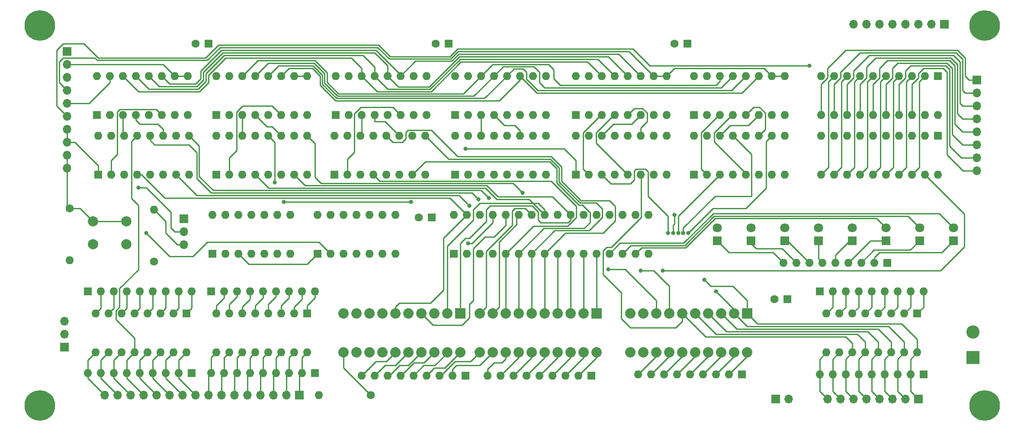
<source format=gbr>
%TF.GenerationSoftware,KiCad,Pcbnew,(5.1.9-0-10_14)*%
%TF.CreationDate,2021-06-16T23:08:30-04:00*%
%TF.ProjectId,ram-combined,72616d2d-636f-46d6-9269-6e65642e6b69,rev?*%
%TF.SameCoordinates,Original*%
%TF.FileFunction,Copper,L1,Top*%
%TF.FilePolarity,Positive*%
%FSLAX46Y46*%
G04 Gerber Fmt 4.6, Leading zero omitted, Abs format (unit mm)*
G04 Created by KiCad (PCBNEW (5.1.9-0-10_14)) date 2021-06-16 23:08:30*
%MOMM*%
%LPD*%
G01*
G04 APERTURE LIST*
%TA.AperFunction,ComponentPad*%
%ADD10O,1.700000X1.700000*%
%TD*%
%TA.AperFunction,ComponentPad*%
%ADD11R,1.700000X1.700000*%
%TD*%
%TA.AperFunction,ComponentPad*%
%ADD12C,6.000000*%
%TD*%
%TA.AperFunction,ComponentPad*%
%ADD13C,0.800000*%
%TD*%
%TA.AperFunction,ComponentPad*%
%ADD14C,1.800000*%
%TD*%
%TA.AperFunction,ComponentPad*%
%ADD15R,1.800000X1.800000*%
%TD*%
%TA.AperFunction,ComponentPad*%
%ADD16O,1.600000X1.600000*%
%TD*%
%TA.AperFunction,ComponentPad*%
%ADD17R,1.600000X1.600000*%
%TD*%
%TA.AperFunction,ComponentPad*%
%ADD18C,2.032000*%
%TD*%
%TA.AperFunction,ComponentPad*%
%ADD19R,2.032000X2.032000*%
%TD*%
%TA.AperFunction,ComponentPad*%
%ADD20C,2.000000*%
%TD*%
%TA.AperFunction,ComponentPad*%
%ADD21C,1.600000*%
%TD*%
%TA.AperFunction,ComponentPad*%
%ADD22C,2.600000*%
%TD*%
%TA.AperFunction,ComponentPad*%
%ADD23R,2.600000X2.600000*%
%TD*%
%TA.AperFunction,ViaPad*%
%ADD24C,0.800000*%
%TD*%
%TA.AperFunction,Conductor*%
%ADD25C,0.250000*%
%TD*%
G04 APERTURE END LIST*
D10*
%TO.P,J8,8*%
%TO.N,BUS_00*%
X227330000Y-34290000D03*
%TO.P,J8,7*%
%TO.N,BUS_01*%
X229870000Y-34290000D03*
%TO.P,J8,6*%
%TO.N,BUS_02*%
X232410000Y-34290000D03*
%TO.P,J8,5*%
%TO.N,BUS_03*%
X234950000Y-34290000D03*
%TO.P,J8,4*%
%TO.N,BUS_04*%
X237490000Y-34290000D03*
%TO.P,J8,3*%
%TO.N,BUS_05*%
X240030000Y-34290000D03*
%TO.P,J8,2*%
%TO.N,BUS_06*%
X242570000Y-34290000D03*
D11*
%TO.P,J8,1*%
%TO.N,BUS_07*%
X245110000Y-34290000D03*
%TD*%
D12*
%TO.P,REF\u002A\u002A,1*%
%TO.N,N/C*%
X68072000Y-108966000D03*
D13*
X70322000Y-108966000D03*
X69662990Y-110556990D03*
X68072000Y-111216000D03*
X66481010Y-110556990D03*
X65822000Y-108966000D03*
X66481010Y-107375010D03*
X68072000Y-106716000D03*
X69662990Y-107375010D03*
%TD*%
%TO.P,REF\u002A\u002A,1*%
%TO.N,N/C*%
X254574990Y-107375010D03*
X252984000Y-106716000D03*
X251393010Y-107375010D03*
X250734000Y-108966000D03*
X251393010Y-110556990D03*
X252984000Y-111216000D03*
X254574990Y-110556990D03*
X255234000Y-108966000D03*
D12*
X252984000Y-108966000D03*
%TD*%
%TO.P,REF\u002A\u002A,1*%
%TO.N,N/C*%
X252984000Y-34544000D03*
D13*
X255234000Y-34544000D03*
X254574990Y-36134990D03*
X252984000Y-36794000D03*
X251393010Y-36134990D03*
X250734000Y-34544000D03*
X251393010Y-32953010D03*
X252984000Y-32294000D03*
X254574990Y-32953010D03*
%TD*%
%TO.P,REF\u002A\u002A,1*%
%TO.N,N/C*%
X69662990Y-32953010D03*
X68072000Y-32294000D03*
X66481010Y-32953010D03*
X65822000Y-34544000D03*
X66481010Y-36134990D03*
X68072000Y-36794000D03*
X69662990Y-36134990D03*
X70322000Y-34544000D03*
D12*
X68072000Y-34544000D03*
%TD*%
D10*
%TO.P,J3,10*%
%TO.N,WRITE_ENABLE*%
X73406000Y-62484000D03*
%TO.P,J3,9*%
X73406000Y-59944000D03*
%TO.P,J3,8*%
%TO.N,PROGRAM_MODE*%
X73406000Y-57404000D03*
%TO.P,J3,7*%
X73406000Y-54864000D03*
%TO.P,J3,6*%
%TO.N,OUTPUT_ENABLE*%
X73406000Y-52324000D03*
%TO.P,J3,5*%
%TO.N,RESET*%
X73406000Y-49784000D03*
%TO.P,J3,4*%
%TO.N,MDR_IN*%
X73406000Y-47244000D03*
%TO.P,J3,3*%
%TO.N,MAR1_IN*%
X73406000Y-44704000D03*
%TO.P,J3,2*%
%TO.N,MAR2_IN*%
X73406000Y-42164000D03*
D11*
%TO.P,J3,1*%
%TO.N,CLOCK*%
X73406000Y-39624000D03*
%TD*%
D10*
%TO.P,J7,3*%
%TO.N,VCC*%
X72898000Y-92456000D03*
%TO.P,J7,2*%
%TO.N,A16*%
X72898000Y-94996000D03*
D11*
%TO.P,J7,1*%
%TO.N,GND*%
X72898000Y-97536000D03*
%TD*%
D10*
%TO.P,SW1,3*%
%TO.N,Net-(R3-Pad2)*%
X96266000Y-77470000D03*
%TO.P,SW1,2*%
%TO.N,PROGRAM_MODE*%
X96266000Y-74930000D03*
D11*
%TO.P,SW1,1*%
%TO.N,VCC*%
X96266000Y-72390000D03*
%TD*%
D14*
%TO.P,D1,2*%
%TO.N,/IO7*%
X200660000Y-74168000D03*
D15*
%TO.P,D1,1*%
%TO.N,Net-(D1-Pad1)*%
X200660000Y-76708000D03*
%TD*%
D16*
%TO.P,RN10,9*%
%TO.N,Net-(BAR3-Pad13)*%
X185166000Y-102870000D03*
%TO.P,RN10,8*%
%TO.N,Net-(BAR3-Pad14)*%
X187706000Y-102870000D03*
%TO.P,RN10,7*%
%TO.N,Net-(BAR3-Pad15)*%
X190246000Y-102870000D03*
%TO.P,RN10,6*%
%TO.N,Net-(BAR3-Pad16)*%
X192786000Y-102870000D03*
%TO.P,RN10,5*%
%TO.N,Net-(BAR3-Pad17)*%
X195326000Y-102870000D03*
%TO.P,RN10,4*%
%TO.N,Net-(BAR3-Pad18)*%
X197866000Y-102870000D03*
%TO.P,RN10,3*%
%TO.N,Net-(BAR3-Pad19)*%
X200406000Y-102870000D03*
%TO.P,RN10,2*%
%TO.N,Net-(BAR3-Pad20)*%
X202946000Y-102870000D03*
D17*
%TO.P,RN10,1*%
%TO.N,Net-(RN10-Pad1)*%
X205486000Y-102870000D03*
%TD*%
D18*
%TO.P,BAR3,20*%
%TO.N,Net-(BAR3-Pad20)*%
X206502000Y-98552000D03*
%TO.P,BAR3,19*%
%TO.N,Net-(BAR3-Pad19)*%
X203962000Y-98552000D03*
%TO.P,BAR3,18*%
%TO.N,Net-(BAR3-Pad18)*%
X201422000Y-98552000D03*
%TO.P,BAR3,17*%
%TO.N,Net-(BAR3-Pad17)*%
X198882000Y-98552000D03*
%TO.P,BAR3,9*%
%TO.N,Net-(BAR3-Pad9)*%
X186182000Y-90932000D03*
%TO.P,BAR3,10*%
%TO.N,Net-(BAR3-Pad10)*%
X183642000Y-90932000D03*
%TO.P,BAR3,11*%
%TO.N,Net-(BAR3-Pad11)*%
X183642000Y-98552000D03*
%TO.P,BAR3,12*%
%TO.N,Net-(BAR3-Pad12)*%
X186182000Y-98552000D03*
%TO.P,BAR3,8*%
%TO.N,/MANUAL_DATA_07*%
X188722000Y-90932000D03*
%TO.P,BAR3,7*%
%TO.N,/MANUAL_DATA_06*%
X191262000Y-90932000D03*
%TO.P,BAR3,6*%
%TO.N,/MANUAL_DATA_05*%
X193802000Y-90932000D03*
%TO.P,BAR3,5*%
%TO.N,/MANUAL_DATA_04*%
X196342000Y-90932000D03*
%TO.P,BAR3,16*%
%TO.N,Net-(BAR3-Pad16)*%
X196342000Y-98552000D03*
%TO.P,BAR3,15*%
%TO.N,Net-(BAR3-Pad15)*%
X193802000Y-98552000D03*
%TO.P,BAR3,14*%
%TO.N,Net-(BAR3-Pad14)*%
X191262000Y-98552000D03*
%TO.P,BAR3,13*%
%TO.N,Net-(BAR3-Pad13)*%
X188722000Y-98552000D03*
%TO.P,BAR3,4*%
%TO.N,/MANUAL_DATA_03*%
X198882000Y-90932000D03*
%TO.P,BAR3,3*%
%TO.N,/MANUAL_DATA_02*%
X201422000Y-90932000D03*
%TO.P,BAR3,2*%
%TO.N,/MANUAL_DATA_01*%
X203962000Y-90932000D03*
D19*
%TO.P,BAR3,1*%
%TO.N,/MANUAL_DATA_00*%
X206502000Y-90932000D03*
%TD*%
D16*
%TO.P,U13,20*%
%TO.N,VCC*%
X243840000Y-52070000D03*
%TO.P,U13,10*%
%TO.N,GND*%
X220980000Y-44450000D03*
%TO.P,U13,19*%
%TO.N,OUTPUT_ENABLE*%
X241300000Y-52070000D03*
%TO.P,U13,9*%
%TO.N,/IO7*%
X223520000Y-44450000D03*
%TO.P,U13,18*%
%TO.N,BUS_00*%
X238760000Y-52070000D03*
%TO.P,U13,8*%
%TO.N,/IO6*%
X226060000Y-44450000D03*
%TO.P,U13,17*%
%TO.N,BUS_01*%
X236220000Y-52070000D03*
%TO.P,U13,7*%
%TO.N,/IO5*%
X228600000Y-44450000D03*
%TO.P,U13,16*%
%TO.N,BUS_02*%
X233680000Y-52070000D03*
%TO.P,U13,6*%
%TO.N,/IO4*%
X231140000Y-44450000D03*
%TO.P,U13,15*%
%TO.N,BUS_03*%
X231140000Y-52070000D03*
%TO.P,U13,5*%
%TO.N,/IO3*%
X233680000Y-44450000D03*
%TO.P,U13,14*%
%TO.N,BUS_04*%
X228600000Y-52070000D03*
%TO.P,U13,4*%
%TO.N,/IO2*%
X236220000Y-44450000D03*
%TO.P,U13,13*%
%TO.N,BUS_05*%
X226060000Y-52070000D03*
%TO.P,U13,3*%
%TO.N,/IO1*%
X238760000Y-44450000D03*
%TO.P,U13,12*%
%TO.N,BUS_06*%
X223520000Y-52070000D03*
%TO.P,U13,2*%
%TO.N,/IO0*%
X241300000Y-44450000D03*
%TO.P,U13,11*%
%TO.N,BUS_07*%
X220980000Y-52070000D03*
D17*
%TO.P,U13,1*%
%TO.N,VCC*%
X243840000Y-44450000D03*
%TD*%
D16*
%TO.P,U11,20*%
%TO.N,VCC*%
X243840000Y-63754000D03*
%TO.P,U11,10*%
%TO.N,GND*%
X220980000Y-56134000D03*
%TO.P,U11,19*%
%TO.N,Net-(U1-Pad3)*%
X241300000Y-63754000D03*
%TO.P,U11,9*%
%TO.N,D7*%
X223520000Y-56134000D03*
%TO.P,U11,18*%
%TO.N,/IO0*%
X238760000Y-63754000D03*
%TO.P,U11,8*%
%TO.N,D6*%
X226060000Y-56134000D03*
%TO.P,U11,17*%
%TO.N,/IO1*%
X236220000Y-63754000D03*
%TO.P,U11,7*%
%TO.N,D5*%
X228600000Y-56134000D03*
%TO.P,U11,16*%
%TO.N,/IO2*%
X233680000Y-63754000D03*
%TO.P,U11,6*%
%TO.N,D4*%
X231140000Y-56134000D03*
%TO.P,U11,15*%
%TO.N,/IO3*%
X231140000Y-63754000D03*
%TO.P,U11,5*%
%TO.N,D3*%
X233680000Y-56134000D03*
%TO.P,U11,14*%
%TO.N,/IO4*%
X228600000Y-63754000D03*
%TO.P,U11,4*%
%TO.N,D2*%
X236220000Y-56134000D03*
%TO.P,U11,13*%
%TO.N,/IO5*%
X226060000Y-63754000D03*
%TO.P,U11,3*%
%TO.N,D1*%
X238760000Y-56134000D03*
%TO.P,U11,12*%
%TO.N,/IO6*%
X223520000Y-63754000D03*
%TO.P,U11,2*%
%TO.N,D0*%
X241300000Y-56134000D03*
%TO.P,U11,11*%
%TO.N,/IO7*%
X220980000Y-63754000D03*
D17*
%TO.P,U11,1*%
%TO.N,VCC*%
X243840000Y-56134000D03*
%TD*%
%TO.P,U2,1*%
%TO.N,PROGRAM_MODE*%
X101854000Y-79248000D03*
D16*
%TO.P,U2,8*%
%TO.N,N/C*%
X117094000Y-71628000D03*
%TO.P,U2,2*%
%TO.N,CLOCK*%
X104394000Y-79248000D03*
%TO.P,U2,9*%
%TO.N,N/C*%
X114554000Y-71628000D03*
%TO.P,U2,3*%
%TO.N,Net-(U1-Pad1)*%
X106934000Y-79248000D03*
%TO.P,U2,10*%
%TO.N,N/C*%
X112014000Y-71628000D03*
%TO.P,U2,4*%
X109474000Y-79248000D03*
%TO.P,U2,11*%
X109474000Y-71628000D03*
%TO.P,U2,5*%
X112014000Y-79248000D03*
%TO.P,U2,12*%
X106934000Y-71628000D03*
%TO.P,U2,6*%
X114554000Y-79248000D03*
%TO.P,U2,13*%
X104394000Y-71628000D03*
%TO.P,U2,7*%
%TO.N,GND*%
X117094000Y-79248000D03*
%TO.P,U2,14*%
%TO.N,VCC*%
X101854000Y-71628000D03*
%TD*%
D17*
%TO.P,U1,1*%
%TO.N,Net-(U1-Pad1)*%
X122428000Y-79248000D03*
D16*
%TO.P,U1,8*%
%TO.N,N/C*%
X137668000Y-71628000D03*
%TO.P,U1,2*%
%TO.N,WRITE_ENABLE*%
X124968000Y-79248000D03*
%TO.P,U1,9*%
%TO.N,N/C*%
X135128000Y-71628000D03*
%TO.P,U1,3*%
%TO.N,Net-(U1-Pad3)*%
X127508000Y-79248000D03*
%TO.P,U1,10*%
%TO.N,N/C*%
X132588000Y-71628000D03*
%TO.P,U1,4*%
X130048000Y-79248000D03*
%TO.P,U1,11*%
X130048000Y-71628000D03*
%TO.P,U1,5*%
X132588000Y-79248000D03*
%TO.P,U1,12*%
X127508000Y-71628000D03*
%TO.P,U1,6*%
X135128000Y-79248000D03*
%TO.P,U1,13*%
X124968000Y-71628000D03*
%TO.P,U1,7*%
%TO.N,GND*%
X137668000Y-79248000D03*
%TO.P,U1,14*%
%TO.N,VCC*%
X122428000Y-71628000D03*
%TD*%
%TO.P,U17,16*%
%TO.N,VCC*%
X196088000Y-56134000D03*
%TO.P,U17,8*%
%TO.N,GND*%
X213868000Y-63754000D03*
%TO.P,U17,15*%
X198628000Y-56134000D03*
%TO.P,U17,7*%
%TO.N,D1*%
X211328000Y-63754000D03*
%TO.P,U17,14*%
%TO.N,Net-(U16-Pad6)*%
X201168000Y-56134000D03*
%TO.P,U17,6*%
%TO.N,/MANUAL_DATA_03*%
X208788000Y-63754000D03*
%TO.P,U17,13*%
%TO.N,/MANUAL_DATA_01*%
X203708000Y-56134000D03*
%TO.P,U17,5*%
%TO.N,Net-(U16-Pad4)*%
X206248000Y-63754000D03*
%TO.P,U17,12*%
%TO.N,D3*%
X206248000Y-56134000D03*
%TO.P,U17,4*%
%TO.N,D0*%
X203708000Y-63754000D03*
%TO.P,U17,11*%
%TO.N,Net-(U16-Pad5)*%
X208788000Y-56134000D03*
%TO.P,U17,3*%
%TO.N,/MANUAL_DATA_00*%
X201168000Y-63754000D03*
%TO.P,U17,10*%
%TO.N,/MANUAL_DATA_02*%
X211328000Y-56134000D03*
%TO.P,U17,2*%
%TO.N,Net-(U16-Pad3)*%
X198628000Y-63754000D03*
%TO.P,U17,9*%
%TO.N,D2*%
X213868000Y-56134000D03*
D17*
%TO.P,U17,1*%
%TO.N,PROGRAM_MODE*%
X196088000Y-63754000D03*
%TD*%
D16*
%TO.P,U16,16*%
%TO.N,VCC*%
X196088000Y-44450000D03*
%TO.P,U16,8*%
%TO.N,GND*%
X213868000Y-52070000D03*
%TO.P,U16,15*%
%TO.N,RESET*%
X198628000Y-44450000D03*
%TO.P,U16,7*%
%TO.N,CLOCK*%
X211328000Y-52070000D03*
%TO.P,U16,14*%
%TO.N,BUS_00*%
X201168000Y-44450000D03*
%TO.P,U16,6*%
%TO.N,Net-(U16-Pad6)*%
X208788000Y-52070000D03*
%TO.P,U16,13*%
%TO.N,BUS_01*%
X203708000Y-44450000D03*
%TO.P,U16,5*%
%TO.N,Net-(U16-Pad5)*%
X206248000Y-52070000D03*
%TO.P,U16,12*%
%TO.N,BUS_02*%
X206248000Y-44450000D03*
%TO.P,U16,4*%
%TO.N,Net-(U16-Pad4)*%
X203708000Y-52070000D03*
%TO.P,U16,11*%
%TO.N,BUS_03*%
X208788000Y-44450000D03*
%TO.P,U16,3*%
%TO.N,Net-(U16-Pad3)*%
X201168000Y-52070000D03*
%TO.P,U16,10*%
%TO.N,MDR_IN*%
X211328000Y-44450000D03*
%TO.P,U16,2*%
%TO.N,GND*%
X198628000Y-52070000D03*
%TO.P,U16,9*%
%TO.N,MDR_IN*%
X213868000Y-44450000D03*
D17*
%TO.P,U16,1*%
%TO.N,GND*%
X196088000Y-52070000D03*
%TD*%
D16*
%TO.P,U15,16*%
%TO.N,VCC*%
X172974000Y-56134000D03*
%TO.P,U15,8*%
%TO.N,GND*%
X190754000Y-63754000D03*
%TO.P,U15,15*%
X175514000Y-56134000D03*
%TO.P,U15,7*%
%TO.N,D5*%
X188214000Y-63754000D03*
%TO.P,U15,14*%
%TO.N,Net-(U14-Pad6)*%
X178054000Y-56134000D03*
%TO.P,U15,6*%
%TO.N,/MANUAL_DATA_05*%
X185674000Y-63754000D03*
%TO.P,U15,13*%
%TO.N,/MANUAL_DATA_07*%
X180594000Y-56134000D03*
%TO.P,U15,5*%
%TO.N,Net-(U14-Pad4)*%
X183134000Y-63754000D03*
%TO.P,U15,12*%
%TO.N,D7*%
X183134000Y-56134000D03*
%TO.P,U15,4*%
%TO.N,D4*%
X180594000Y-63754000D03*
%TO.P,U15,11*%
%TO.N,Net-(U14-Pad5)*%
X185674000Y-56134000D03*
%TO.P,U15,3*%
%TO.N,/MANUAL_DATA_04*%
X178054000Y-63754000D03*
%TO.P,U15,10*%
%TO.N,/MANUAL_DATA_06*%
X188214000Y-56134000D03*
%TO.P,U15,2*%
%TO.N,Net-(U14-Pad3)*%
X175514000Y-63754000D03*
%TO.P,U15,9*%
%TO.N,D6*%
X190754000Y-56134000D03*
D17*
%TO.P,U15,1*%
%TO.N,PROGRAM_MODE*%
X172974000Y-63754000D03*
%TD*%
D16*
%TO.P,U14,16*%
%TO.N,VCC*%
X172974000Y-44450000D03*
%TO.P,U14,8*%
%TO.N,GND*%
X190754000Y-52070000D03*
%TO.P,U14,15*%
%TO.N,RESET*%
X175514000Y-44450000D03*
%TO.P,U14,7*%
%TO.N,CLOCK*%
X188214000Y-52070000D03*
%TO.P,U14,14*%
%TO.N,BUS_04*%
X178054000Y-44450000D03*
%TO.P,U14,6*%
%TO.N,Net-(U14-Pad6)*%
X185674000Y-52070000D03*
%TO.P,U14,13*%
%TO.N,BUS_05*%
X180594000Y-44450000D03*
%TO.P,U14,5*%
%TO.N,Net-(U14-Pad5)*%
X183134000Y-52070000D03*
%TO.P,U14,12*%
%TO.N,BUS_06*%
X183134000Y-44450000D03*
%TO.P,U14,4*%
%TO.N,Net-(U14-Pad4)*%
X180594000Y-52070000D03*
%TO.P,U14,11*%
%TO.N,BUS_07*%
X185674000Y-44450000D03*
%TO.P,U14,3*%
%TO.N,Net-(U14-Pad3)*%
X178054000Y-52070000D03*
%TO.P,U14,10*%
%TO.N,MDR_IN*%
X188214000Y-44450000D03*
%TO.P,U14,2*%
%TO.N,GND*%
X175514000Y-52070000D03*
%TO.P,U14,9*%
%TO.N,MDR_IN*%
X190754000Y-44450000D03*
D17*
%TO.P,U14,1*%
%TO.N,GND*%
X172974000Y-52070000D03*
%TD*%
D16*
%TO.P,U12,16*%
%TO.N,VCC*%
X149352000Y-44450000D03*
%TO.P,U12,8*%
%TO.N,GND*%
X167132000Y-52070000D03*
%TO.P,U12,15*%
%TO.N,RESET*%
X151892000Y-44450000D03*
%TO.P,U12,7*%
%TO.N,CLOCK*%
X164592000Y-52070000D03*
%TO.P,U12,14*%
%TO.N,BUS_00*%
X154432000Y-44450000D03*
%TO.P,U12,6*%
%TO.N,/MAR_03*%
X162052000Y-52070000D03*
%TO.P,U12,13*%
%TO.N,BUS_01*%
X156972000Y-44450000D03*
%TO.P,U12,5*%
%TO.N,/MAR_02*%
X159512000Y-52070000D03*
%TO.P,U12,12*%
%TO.N,BUS_02*%
X159512000Y-44450000D03*
%TO.P,U12,4*%
%TO.N,/MAR_01*%
X156972000Y-52070000D03*
%TO.P,U12,11*%
%TO.N,BUS_03*%
X162052000Y-44450000D03*
%TO.P,U12,3*%
%TO.N,/MAR_00*%
X154432000Y-52070000D03*
%TO.P,U12,10*%
%TO.N,MAR1_IN*%
X164592000Y-44450000D03*
%TO.P,U12,2*%
%TO.N,GND*%
X151892000Y-52070000D03*
%TO.P,U12,9*%
%TO.N,MAR1_IN*%
X167132000Y-44450000D03*
D17*
%TO.P,U12,1*%
%TO.N,GND*%
X149352000Y-52070000D03*
%TD*%
D16*
%TO.P,U10,16*%
%TO.N,VCC*%
X125984000Y-44450000D03*
%TO.P,U10,8*%
%TO.N,GND*%
X143764000Y-52070000D03*
%TO.P,U10,15*%
%TO.N,RESET*%
X128524000Y-44450000D03*
%TO.P,U10,7*%
%TO.N,CLOCK*%
X141224000Y-52070000D03*
%TO.P,U10,14*%
%TO.N,BUS_04*%
X131064000Y-44450000D03*
%TO.P,U10,6*%
%TO.N,/MAR_07*%
X138684000Y-52070000D03*
%TO.P,U10,13*%
%TO.N,BUS_05*%
X133604000Y-44450000D03*
%TO.P,U10,5*%
%TO.N,/MAR_06*%
X136144000Y-52070000D03*
%TO.P,U10,12*%
%TO.N,BUS_06*%
X136144000Y-44450000D03*
%TO.P,U10,4*%
%TO.N,/MAR_05*%
X133604000Y-52070000D03*
%TO.P,U10,11*%
%TO.N,BUS_07*%
X138684000Y-44450000D03*
%TO.P,U10,3*%
%TO.N,/MAR_04*%
X131064000Y-52070000D03*
%TO.P,U10,10*%
%TO.N,MAR1_IN*%
X141224000Y-44450000D03*
%TO.P,U10,2*%
%TO.N,GND*%
X128524000Y-52070000D03*
%TO.P,U10,9*%
%TO.N,MAR1_IN*%
X143764000Y-44450000D03*
D17*
%TO.P,U10,1*%
%TO.N,GND*%
X125984000Y-52070000D03*
%TD*%
D16*
%TO.P,U9,32*%
%TO.N,VCC*%
X149098000Y-71628000D03*
%TO.P,U9,16*%
%TO.N,GND*%
X187198000Y-79248000D03*
%TO.P,U9,31*%
%TO.N,/A15*%
X151638000Y-71628000D03*
%TO.P,U9,15*%
%TO.N,/IO2*%
X184658000Y-79248000D03*
%TO.P,U9,30*%
%TO.N,VCC*%
X154178000Y-71628000D03*
%TO.P,U9,14*%
%TO.N,/IO1*%
X182118000Y-79248000D03*
%TO.P,U9,29*%
%TO.N,Net-(U1-Pad3)*%
X156718000Y-71628000D03*
%TO.P,U9,13*%
%TO.N,/IO0*%
X179578000Y-79248000D03*
%TO.P,U9,28*%
%TO.N,/A13*%
X159258000Y-71628000D03*
%TO.P,U9,12*%
%TO.N,/A0*%
X177038000Y-79248000D03*
%TO.P,U9,27*%
%TO.N,/A8*%
X161798000Y-71628000D03*
%TO.P,U9,11*%
%TO.N,/A1*%
X174498000Y-79248000D03*
%TO.P,U9,26*%
%TO.N,/A9*%
X164338000Y-71628000D03*
%TO.P,U9,10*%
%TO.N,/A2*%
X171958000Y-79248000D03*
%TO.P,U9,25*%
%TO.N,/A11*%
X166878000Y-71628000D03*
%TO.P,U9,9*%
%TO.N,/A3*%
X169418000Y-79248000D03*
%TO.P,U9,24*%
%TO.N,GND*%
X169418000Y-71628000D03*
%TO.P,U9,8*%
%TO.N,/A4*%
X166878000Y-79248000D03*
%TO.P,U9,23*%
%TO.N,/A10*%
X171958000Y-71628000D03*
%TO.P,U9,7*%
%TO.N,/A5*%
X164338000Y-79248000D03*
%TO.P,U9,22*%
%TO.N,GND*%
X174498000Y-71628000D03*
%TO.P,U9,6*%
%TO.N,/A6*%
X161798000Y-79248000D03*
%TO.P,U9,21*%
%TO.N,/IO7*%
X177038000Y-71628000D03*
%TO.P,U9,5*%
%TO.N,/A7*%
X159258000Y-79248000D03*
%TO.P,U9,20*%
%TO.N,/IO6*%
X179578000Y-71628000D03*
%TO.P,U9,4*%
%TO.N,/A12*%
X156718000Y-79248000D03*
%TO.P,U9,19*%
%TO.N,/IO5*%
X182118000Y-71628000D03*
%TO.P,U9,3*%
%TO.N,/A14*%
X154178000Y-79248000D03*
%TO.P,U9,18*%
%TO.N,/IO4*%
X184658000Y-71628000D03*
%TO.P,U9,2*%
%TO.N,A16*%
X151638000Y-79248000D03*
%TO.P,U9,17*%
%TO.N,/IO3*%
X187198000Y-71628000D03*
D17*
%TO.P,U9,1*%
%TO.N,Net-(U9-Pad1)*%
X149098000Y-79248000D03*
%TD*%
D16*
%TO.P,U8,16*%
%TO.N,VCC*%
X102616000Y-44450000D03*
%TO.P,U8,8*%
%TO.N,GND*%
X120396000Y-52070000D03*
%TO.P,U8,15*%
%TO.N,RESET*%
X105156000Y-44450000D03*
%TO.P,U8,7*%
%TO.N,CLOCK*%
X117856000Y-52070000D03*
%TO.P,U8,14*%
%TO.N,BUS_00*%
X107696000Y-44450000D03*
%TO.P,U8,6*%
%TO.N,/MAR_11*%
X115316000Y-52070000D03*
%TO.P,U8,13*%
%TO.N,BUS_01*%
X110236000Y-44450000D03*
%TO.P,U8,5*%
%TO.N,/MAR_10*%
X112776000Y-52070000D03*
%TO.P,U8,12*%
%TO.N,BUS_02*%
X112776000Y-44450000D03*
%TO.P,U8,4*%
%TO.N,/MAR_09*%
X110236000Y-52070000D03*
%TO.P,U8,11*%
%TO.N,BUS_03*%
X115316000Y-44450000D03*
%TO.P,U8,3*%
%TO.N,/MAR_08*%
X107696000Y-52070000D03*
%TO.P,U8,10*%
%TO.N,MAR2_IN*%
X117856000Y-44450000D03*
%TO.P,U8,2*%
%TO.N,GND*%
X105156000Y-52070000D03*
%TO.P,U8,9*%
%TO.N,MAR2_IN*%
X120396000Y-44450000D03*
D17*
%TO.P,U8,1*%
%TO.N,GND*%
X102616000Y-52070000D03*
%TD*%
D16*
%TO.P,U7,16*%
%TO.N,VCC*%
X125730000Y-56134000D03*
%TO.P,U7,8*%
%TO.N,GND*%
X143510000Y-63754000D03*
%TO.P,U7,15*%
X128270000Y-56134000D03*
%TO.P,U7,7*%
%TO.N,/A6*%
X140970000Y-63754000D03*
%TO.P,U7,14*%
%TO.N,/MAR_04*%
X130810000Y-56134000D03*
%TO.P,U7,6*%
%TO.N,/MANUAL_MEM_ADR_06*%
X138430000Y-63754000D03*
%TO.P,U7,13*%
%TO.N,/MANUAL_MEM_ADR_04*%
X133350000Y-56134000D03*
%TO.P,U7,5*%
%TO.N,/MAR_06*%
X135890000Y-63754000D03*
%TO.P,U7,12*%
%TO.N,/A4*%
X135890000Y-56134000D03*
%TO.P,U7,4*%
%TO.N,/A7*%
X133350000Y-63754000D03*
%TO.P,U7,11*%
%TO.N,/MAR_05*%
X138430000Y-56134000D03*
%TO.P,U7,3*%
%TO.N,/MANUAL_MEM_ADR_07*%
X130810000Y-63754000D03*
%TO.P,U7,10*%
%TO.N,/MANUAL_MEM_ADR_05*%
X140970000Y-56134000D03*
%TO.P,U7,2*%
%TO.N,/MAR_07*%
X128270000Y-63754000D03*
%TO.P,U7,9*%
%TO.N,/A5*%
X143510000Y-56134000D03*
D17*
%TO.P,U7,1*%
%TO.N,PROGRAM_MODE*%
X125730000Y-63754000D03*
%TD*%
D16*
%TO.P,U6,16*%
%TO.N,VCC*%
X102616000Y-56134000D03*
%TO.P,U6,8*%
%TO.N,GND*%
X120396000Y-63754000D03*
%TO.P,U6,15*%
X105156000Y-56134000D03*
%TO.P,U6,7*%
%TO.N,/A10*%
X117856000Y-63754000D03*
%TO.P,U6,14*%
%TO.N,/MAR_08*%
X107696000Y-56134000D03*
%TO.P,U6,6*%
%TO.N,/MANUAL_MEM_ADR_10*%
X115316000Y-63754000D03*
%TO.P,U6,13*%
%TO.N,/MANUAL_MEM_ADR_08*%
X110236000Y-56134000D03*
%TO.P,U6,5*%
%TO.N,/MAR_10*%
X112776000Y-63754000D03*
%TO.P,U6,12*%
%TO.N,/A8*%
X112776000Y-56134000D03*
%TO.P,U6,4*%
%TO.N,/A11*%
X110236000Y-63754000D03*
%TO.P,U6,11*%
%TO.N,/MAR_09*%
X115316000Y-56134000D03*
%TO.P,U6,3*%
%TO.N,/MANUAL_MEM_ADR_11*%
X107696000Y-63754000D03*
%TO.P,U6,10*%
%TO.N,/MANUAL_MEM_ADR_09*%
X117856000Y-56134000D03*
%TO.P,U6,2*%
%TO.N,/MAR_11*%
X105156000Y-63754000D03*
%TO.P,U6,9*%
%TO.N,/A9*%
X120396000Y-56134000D03*
D17*
%TO.P,U6,1*%
%TO.N,PROGRAM_MODE*%
X102616000Y-63754000D03*
%TD*%
D16*
%TO.P,U5,16*%
%TO.N,VCC*%
X79248000Y-44450000D03*
%TO.P,U5,8*%
%TO.N,GND*%
X97028000Y-52070000D03*
%TO.P,U5,15*%
%TO.N,RESET*%
X81788000Y-44450000D03*
%TO.P,U5,7*%
%TO.N,CLOCK*%
X94488000Y-52070000D03*
%TO.P,U5,14*%
%TO.N,BUS_04*%
X84328000Y-44450000D03*
%TO.P,U5,6*%
%TO.N,/MAR_15*%
X91948000Y-52070000D03*
%TO.P,U5,13*%
%TO.N,BUS_05*%
X86868000Y-44450000D03*
%TO.P,U5,5*%
%TO.N,/MAR_14*%
X89408000Y-52070000D03*
%TO.P,U5,12*%
%TO.N,BUS_06*%
X89408000Y-44450000D03*
%TO.P,U5,4*%
%TO.N,/MAR_13*%
X86868000Y-52070000D03*
%TO.P,U5,11*%
%TO.N,BUS_07*%
X91948000Y-44450000D03*
%TO.P,U5,3*%
%TO.N,/MAR_12*%
X84328000Y-52070000D03*
%TO.P,U5,10*%
%TO.N,MAR2_IN*%
X94488000Y-44450000D03*
%TO.P,U5,2*%
%TO.N,GND*%
X81788000Y-52070000D03*
%TO.P,U5,9*%
%TO.N,MAR2_IN*%
X97028000Y-44450000D03*
D17*
%TO.P,U5,1*%
%TO.N,GND*%
X79248000Y-52070000D03*
%TD*%
D16*
%TO.P,U4,16*%
%TO.N,VCC*%
X149352000Y-56134000D03*
%TO.P,U4,8*%
%TO.N,GND*%
X167132000Y-63754000D03*
%TO.P,U4,15*%
X151892000Y-56134000D03*
%TO.P,U4,7*%
%TO.N,/A2*%
X164592000Y-63754000D03*
%TO.P,U4,14*%
%TO.N,/MAR_00*%
X154432000Y-56134000D03*
%TO.P,U4,6*%
%TO.N,/MANUAL_MEM_ADR_02*%
X162052000Y-63754000D03*
%TO.P,U4,13*%
%TO.N,/MANUAL_MEM_ADR_00*%
X156972000Y-56134000D03*
%TO.P,U4,5*%
%TO.N,/MAR_02*%
X159512000Y-63754000D03*
%TO.P,U4,12*%
%TO.N,/A0*%
X159512000Y-56134000D03*
%TO.P,U4,4*%
%TO.N,/A3*%
X156972000Y-63754000D03*
%TO.P,U4,11*%
%TO.N,/MAR_01*%
X162052000Y-56134000D03*
%TO.P,U4,3*%
%TO.N,/MANUAL_MEM_ADR_03*%
X154432000Y-63754000D03*
%TO.P,U4,10*%
%TO.N,/MANUAL_MEM_ADR_01*%
X164592000Y-56134000D03*
%TO.P,U4,2*%
%TO.N,/MAR_03*%
X151892000Y-63754000D03*
%TO.P,U4,9*%
%TO.N,/A1*%
X167132000Y-56134000D03*
D17*
%TO.P,U4,1*%
%TO.N,PROGRAM_MODE*%
X149352000Y-63754000D03*
%TD*%
D16*
%TO.P,U3,16*%
%TO.N,VCC*%
X79502000Y-56134000D03*
%TO.P,U3,8*%
%TO.N,GND*%
X97282000Y-63754000D03*
%TO.P,U3,15*%
X82042000Y-56134000D03*
%TO.P,U3,7*%
%TO.N,/A14*%
X94742000Y-63754000D03*
%TO.P,U3,14*%
%TO.N,/MAR_12*%
X84582000Y-56134000D03*
%TO.P,U3,6*%
%TO.N,/MANUAL_MEM_ADR_14*%
X92202000Y-63754000D03*
%TO.P,U3,13*%
%TO.N,/MANUAL_MEM_ADR_12*%
X87122000Y-56134000D03*
%TO.P,U3,5*%
%TO.N,/MAR_14*%
X89662000Y-63754000D03*
%TO.P,U3,12*%
%TO.N,/A12*%
X89662000Y-56134000D03*
%TO.P,U3,4*%
%TO.N,/A15*%
X87122000Y-63754000D03*
%TO.P,U3,11*%
%TO.N,/MAR_13*%
X92202000Y-56134000D03*
%TO.P,U3,3*%
%TO.N,/MANUAL_MEM_ADR_15*%
X84582000Y-63754000D03*
%TO.P,U3,10*%
%TO.N,/MANUAL_MEM_ADR_13*%
X94742000Y-56134000D03*
%TO.P,U3,2*%
%TO.N,/MAR_15*%
X82042000Y-63754000D03*
%TO.P,U3,9*%
%TO.N,/A13*%
X97282000Y-56134000D03*
D17*
%TO.P,U3,1*%
%TO.N,PROGRAM_MODE*%
X79502000Y-63754000D03*
%TD*%
D16*
%TO.P,SW5,16*%
%TO.N,/MANUAL_DATA_00*%
X239810000Y-98580000D03*
%TO.P,SW5,8*%
%TO.N,Net-(RN9-Pad2)*%
X222030000Y-90960000D03*
%TO.P,SW5,15*%
%TO.N,/MANUAL_DATA_01*%
X237270000Y-98580000D03*
%TO.P,SW5,7*%
%TO.N,Net-(RN9-Pad3)*%
X224570000Y-90960000D03*
%TO.P,SW5,14*%
%TO.N,/MANUAL_DATA_02*%
X234730000Y-98580000D03*
%TO.P,SW5,6*%
%TO.N,Net-(RN9-Pad4)*%
X227110000Y-90960000D03*
%TO.P,SW5,13*%
%TO.N,/MANUAL_DATA_03*%
X232190000Y-98580000D03*
%TO.P,SW5,5*%
%TO.N,Net-(RN9-Pad5)*%
X229650000Y-90960000D03*
%TO.P,SW5,12*%
%TO.N,/MANUAL_DATA_04*%
X229650000Y-98580000D03*
%TO.P,SW5,4*%
%TO.N,Net-(RN9-Pad6)*%
X232190000Y-90960000D03*
%TO.P,SW5,11*%
%TO.N,/MANUAL_DATA_05*%
X227110000Y-98580000D03*
%TO.P,SW5,3*%
%TO.N,Net-(RN9-Pad7)*%
X234730000Y-90960000D03*
%TO.P,SW5,10*%
%TO.N,/MANUAL_DATA_06*%
X224570000Y-98580000D03*
%TO.P,SW5,2*%
%TO.N,Net-(RN9-Pad8)*%
X237270000Y-90960000D03*
%TO.P,SW5,9*%
%TO.N,/MANUAL_DATA_07*%
X222030000Y-98580000D03*
D17*
%TO.P,SW5,1*%
%TO.N,Net-(RN9-Pad9)*%
X239810000Y-90960000D03*
%TD*%
D16*
%TO.P,SW4,16*%
%TO.N,/MANUAL_MEM_ADR_00*%
X120396000Y-98552000D03*
%TO.P,SW4,8*%
%TO.N,Net-(RN7-Pad2)*%
X102616000Y-90932000D03*
%TO.P,SW4,15*%
%TO.N,/MANUAL_MEM_ADR_01*%
X117856000Y-98552000D03*
%TO.P,SW4,7*%
%TO.N,Net-(RN7-Pad3)*%
X105156000Y-90932000D03*
%TO.P,SW4,14*%
%TO.N,/MANUAL_MEM_ADR_02*%
X115316000Y-98552000D03*
%TO.P,SW4,6*%
%TO.N,Net-(RN7-Pad4)*%
X107696000Y-90932000D03*
%TO.P,SW4,13*%
%TO.N,/MANUAL_MEM_ADR_03*%
X112776000Y-98552000D03*
%TO.P,SW4,5*%
%TO.N,Net-(RN7-Pad5)*%
X110236000Y-90932000D03*
%TO.P,SW4,12*%
%TO.N,/MANUAL_MEM_ADR_04*%
X110236000Y-98552000D03*
%TO.P,SW4,4*%
%TO.N,Net-(RN7-Pad6)*%
X112776000Y-90932000D03*
%TO.P,SW4,11*%
%TO.N,/MANUAL_MEM_ADR_05*%
X107696000Y-98552000D03*
%TO.P,SW4,3*%
%TO.N,Net-(RN7-Pad7)*%
X115316000Y-90932000D03*
%TO.P,SW4,10*%
%TO.N,/MANUAL_MEM_ADR_06*%
X105156000Y-98552000D03*
%TO.P,SW4,2*%
%TO.N,Net-(RN7-Pad8)*%
X117856000Y-90932000D03*
%TO.P,SW4,9*%
%TO.N,/MANUAL_MEM_ADR_07*%
X102616000Y-98552000D03*
D17*
%TO.P,SW4,1*%
%TO.N,Net-(RN7-Pad9)*%
X120396000Y-90932000D03*
%TD*%
D16*
%TO.P,SW3,16*%
%TO.N,/MANUAL_MEM_ADR_08*%
X96774000Y-98590000D03*
%TO.P,SW3,8*%
%TO.N,Net-(RN5-Pad2)*%
X78994000Y-90970000D03*
%TO.P,SW3,15*%
%TO.N,/MANUAL_MEM_ADR_09*%
X94234000Y-98590000D03*
%TO.P,SW3,7*%
%TO.N,Net-(RN5-Pad3)*%
X81534000Y-90970000D03*
%TO.P,SW3,14*%
%TO.N,/MANUAL_MEM_ADR_10*%
X91694000Y-98590000D03*
%TO.P,SW3,6*%
%TO.N,Net-(RN5-Pad4)*%
X84074000Y-90970000D03*
%TO.P,SW3,13*%
%TO.N,/MANUAL_MEM_ADR_11*%
X89154000Y-98590000D03*
%TO.P,SW3,5*%
%TO.N,Net-(RN5-Pad5)*%
X86614000Y-90970000D03*
%TO.P,SW3,12*%
%TO.N,/MANUAL_MEM_ADR_12*%
X86614000Y-98590000D03*
%TO.P,SW3,4*%
%TO.N,Net-(RN5-Pad6)*%
X89154000Y-90970000D03*
%TO.P,SW3,11*%
%TO.N,/MANUAL_MEM_ADR_13*%
X84074000Y-98590000D03*
%TO.P,SW3,3*%
%TO.N,Net-(RN5-Pad7)*%
X91694000Y-90970000D03*
%TO.P,SW3,10*%
%TO.N,/MANUAL_MEM_ADR_14*%
X81534000Y-98590000D03*
%TO.P,SW3,2*%
%TO.N,Net-(RN5-Pad8)*%
X94234000Y-90970000D03*
%TO.P,SW3,9*%
%TO.N,/MANUAL_MEM_ADR_15*%
X78994000Y-98590000D03*
D17*
%TO.P,SW3,1*%
%TO.N,Net-(RN5-Pad9)*%
X96774000Y-90970000D03*
%TD*%
D20*
%TO.P,SW2,1*%
%TO.N,WRITE_ENABLE*%
X84986000Y-72898000D03*
%TO.P,SW2,2*%
%TO.N,VCC*%
X84986000Y-77398000D03*
%TO.P,SW2,1*%
%TO.N,WRITE_ENABLE*%
X78486000Y-72898000D03*
%TO.P,SW2,2*%
%TO.N,VCC*%
X78486000Y-77398000D03*
%TD*%
D16*
%TO.P,RN9,9*%
%TO.N,Net-(RN9-Pad9)*%
X241046000Y-86614000D03*
%TO.P,RN9,8*%
%TO.N,Net-(RN9-Pad8)*%
X238506000Y-86614000D03*
%TO.P,RN9,7*%
%TO.N,Net-(RN9-Pad7)*%
X235966000Y-86614000D03*
%TO.P,RN9,6*%
%TO.N,Net-(RN9-Pad6)*%
X233426000Y-86614000D03*
%TO.P,RN9,5*%
%TO.N,Net-(RN9-Pad5)*%
X230886000Y-86614000D03*
%TO.P,RN9,4*%
%TO.N,Net-(RN9-Pad4)*%
X228346000Y-86614000D03*
%TO.P,RN9,3*%
%TO.N,Net-(RN9-Pad3)*%
X225806000Y-86614000D03*
%TO.P,RN9,2*%
%TO.N,Net-(RN9-Pad2)*%
X223266000Y-86614000D03*
D17*
%TO.P,RN9,1*%
%TO.N,VCC*%
X220726000Y-86614000D03*
%TD*%
D16*
%TO.P,RN8,9*%
%TO.N,/MANUAL_DATA_07*%
X220726000Y-102870000D03*
%TO.P,RN8,8*%
%TO.N,/MANUAL_DATA_06*%
X223266000Y-102870000D03*
%TO.P,RN8,7*%
%TO.N,/MANUAL_DATA_05*%
X225806000Y-102870000D03*
%TO.P,RN8,6*%
%TO.N,/MANUAL_DATA_04*%
X228346000Y-102870000D03*
%TO.P,RN8,5*%
%TO.N,/MANUAL_DATA_03*%
X230886000Y-102870000D03*
%TO.P,RN8,4*%
%TO.N,/MANUAL_DATA_02*%
X233426000Y-102870000D03*
%TO.P,RN8,3*%
%TO.N,/MANUAL_DATA_01*%
X235966000Y-102870000D03*
%TO.P,RN8,2*%
%TO.N,/MANUAL_DATA_00*%
X238506000Y-102870000D03*
D17*
%TO.P,RN8,1*%
%TO.N,GND*%
X241046000Y-102870000D03*
%TD*%
D16*
%TO.P,RN7,9*%
%TO.N,Net-(RN7-Pad9)*%
X121920000Y-86614000D03*
%TO.P,RN7,8*%
%TO.N,Net-(RN7-Pad8)*%
X119380000Y-86614000D03*
%TO.P,RN7,7*%
%TO.N,Net-(RN7-Pad7)*%
X116840000Y-86614000D03*
%TO.P,RN7,6*%
%TO.N,Net-(RN7-Pad6)*%
X114300000Y-86614000D03*
%TO.P,RN7,5*%
%TO.N,Net-(RN7-Pad5)*%
X111760000Y-86614000D03*
%TO.P,RN7,4*%
%TO.N,Net-(RN7-Pad4)*%
X109220000Y-86614000D03*
%TO.P,RN7,3*%
%TO.N,Net-(RN7-Pad3)*%
X106680000Y-86614000D03*
%TO.P,RN7,2*%
%TO.N,Net-(RN7-Pad2)*%
X104140000Y-86614000D03*
D17*
%TO.P,RN7,1*%
%TO.N,VCC*%
X101600000Y-86614000D03*
%TD*%
D16*
%TO.P,RN6,9*%
%TO.N,/MANUAL_MEM_ADR_07*%
X101600000Y-102616000D03*
%TO.P,RN6,8*%
%TO.N,/MANUAL_MEM_ADR_06*%
X104140000Y-102616000D03*
%TO.P,RN6,7*%
%TO.N,/MANUAL_MEM_ADR_05*%
X106680000Y-102616000D03*
%TO.P,RN6,6*%
%TO.N,/MANUAL_MEM_ADR_04*%
X109220000Y-102616000D03*
%TO.P,RN6,5*%
%TO.N,/MANUAL_MEM_ADR_03*%
X111760000Y-102616000D03*
%TO.P,RN6,4*%
%TO.N,/MANUAL_MEM_ADR_02*%
X114300000Y-102616000D03*
%TO.P,RN6,3*%
%TO.N,/MANUAL_MEM_ADR_01*%
X116840000Y-102616000D03*
%TO.P,RN6,2*%
%TO.N,/MANUAL_MEM_ADR_00*%
X119380000Y-102616000D03*
D17*
%TO.P,RN6,1*%
%TO.N,GND*%
X121920000Y-102616000D03*
%TD*%
D16*
%TO.P,RN5,9*%
%TO.N,Net-(RN5-Pad9)*%
X97790000Y-86614000D03*
%TO.P,RN5,8*%
%TO.N,Net-(RN5-Pad8)*%
X95250000Y-86614000D03*
%TO.P,RN5,7*%
%TO.N,Net-(RN5-Pad7)*%
X92710000Y-86614000D03*
%TO.P,RN5,6*%
%TO.N,Net-(RN5-Pad6)*%
X90170000Y-86614000D03*
%TO.P,RN5,5*%
%TO.N,Net-(RN5-Pad5)*%
X87630000Y-86614000D03*
%TO.P,RN5,4*%
%TO.N,Net-(RN5-Pad4)*%
X85090000Y-86614000D03*
%TO.P,RN5,3*%
%TO.N,Net-(RN5-Pad3)*%
X82550000Y-86614000D03*
%TO.P,RN5,2*%
%TO.N,Net-(RN5-Pad2)*%
X80010000Y-86614000D03*
D17*
%TO.P,RN5,1*%
%TO.N,VCC*%
X77470000Y-86614000D03*
%TD*%
D16*
%TO.P,RN4,9*%
%TO.N,/MANUAL_MEM_ADR_15*%
X77470000Y-102616000D03*
%TO.P,RN4,8*%
%TO.N,/MANUAL_MEM_ADR_14*%
X80010000Y-102616000D03*
%TO.P,RN4,7*%
%TO.N,/MANUAL_MEM_ADR_13*%
X82550000Y-102616000D03*
%TO.P,RN4,6*%
%TO.N,/MANUAL_MEM_ADR_12*%
X85090000Y-102616000D03*
%TO.P,RN4,5*%
%TO.N,/MANUAL_MEM_ADR_11*%
X87630000Y-102616000D03*
%TO.P,RN4,4*%
%TO.N,/MANUAL_MEM_ADR_10*%
X90170000Y-102616000D03*
%TO.P,RN4,3*%
%TO.N,/MANUAL_MEM_ADR_09*%
X92710000Y-102616000D03*
%TO.P,RN4,2*%
%TO.N,/MANUAL_MEM_ADR_08*%
X95250000Y-102616000D03*
D17*
%TO.P,RN4,1*%
%TO.N,GND*%
X97790000Y-102616000D03*
%TD*%
D16*
%TO.P,RN3,9*%
%TO.N,Net-(BAR2-Pad13)*%
X155702000Y-103124000D03*
%TO.P,RN3,8*%
%TO.N,Net-(BAR2-Pad14)*%
X158242000Y-103124000D03*
%TO.P,RN3,7*%
%TO.N,Net-(BAR2-Pad15)*%
X160782000Y-103124000D03*
%TO.P,RN3,6*%
%TO.N,Net-(BAR2-Pad16)*%
X163322000Y-103124000D03*
%TO.P,RN3,5*%
%TO.N,Net-(BAR2-Pad17)*%
X165862000Y-103124000D03*
%TO.P,RN3,4*%
%TO.N,Net-(BAR2-Pad18)*%
X168402000Y-103124000D03*
%TO.P,RN3,3*%
%TO.N,Net-(BAR2-Pad19)*%
X170942000Y-103124000D03*
%TO.P,RN3,2*%
%TO.N,Net-(BAR2-Pad20)*%
X173482000Y-103124000D03*
D17*
%TO.P,RN3,1*%
%TO.N,GND*%
X176022000Y-103124000D03*
%TD*%
D16*
%TO.P,RN2,9*%
%TO.N,Net-(D1-Pad1)*%
X213614000Y-81026000D03*
%TO.P,RN2,8*%
%TO.N,Net-(D2-Pad1)*%
X216154000Y-81026000D03*
%TO.P,RN2,7*%
%TO.N,Net-(D3-Pad1)*%
X218694000Y-81026000D03*
%TO.P,RN2,6*%
%TO.N,Net-(D4-Pad1)*%
X221234000Y-81026000D03*
%TO.P,RN2,5*%
%TO.N,Net-(D5-Pad1)*%
X223774000Y-81026000D03*
%TO.P,RN2,4*%
%TO.N,Net-(D6-Pad1)*%
X226314000Y-81026000D03*
%TO.P,RN2,3*%
%TO.N,Net-(D7-Pad1)*%
X228854000Y-81026000D03*
%TO.P,RN2,2*%
%TO.N,Net-(D8-Pad1)*%
X231394000Y-81026000D03*
D17*
%TO.P,RN2,1*%
%TO.N,GND*%
X233934000Y-81026000D03*
%TD*%
D16*
%TO.P,RN1,9*%
%TO.N,Net-(BAR1-Pad15)*%
X131064000Y-103124000D03*
%TO.P,RN1,8*%
%TO.N,Net-(BAR1-Pad16)*%
X133604000Y-103124000D03*
%TO.P,RN1,7*%
%TO.N,Net-(BAR1-Pad17)*%
X136144000Y-103124000D03*
%TO.P,RN1,6*%
%TO.N,Net-(BAR1-Pad18)*%
X138684000Y-103124000D03*
%TO.P,RN1,5*%
%TO.N,Net-(BAR1-Pad19)*%
X141224000Y-103124000D03*
%TO.P,RN1,4*%
%TO.N,Net-(BAR1-Pad20)*%
X143764000Y-103124000D03*
%TO.P,RN1,3*%
%TO.N,Net-(BAR2-Pad11)*%
X146304000Y-103124000D03*
%TO.P,RN1,2*%
%TO.N,Net-(BAR2-Pad12)*%
X148844000Y-103124000D03*
D17*
%TO.P,RN1,1*%
%TO.N,GND*%
X151384000Y-103124000D03*
%TD*%
D16*
%TO.P,R3,2*%
%TO.N,Net-(R3-Pad2)*%
X90424000Y-70612000D03*
D21*
%TO.P,R3,1*%
%TO.N,GND*%
X90424000Y-80772000D03*
%TD*%
D16*
%TO.P,R2,2*%
%TO.N,GND*%
X73914000Y-80518000D03*
D21*
%TO.P,R2,1*%
%TO.N,WRITE_ENABLE*%
X73914000Y-70358000D03*
%TD*%
D16*
%TO.P,R1,2*%
%TO.N,GND*%
X122682000Y-106934000D03*
D21*
%TO.P,R1,1*%
%TO.N,Net-(BAR1-Pad11)*%
X132842000Y-106934000D03*
%TD*%
D10*
%TO.P,J6,16*%
%TO.N,/MANUAL_MEM_ADR_15*%
X80772000Y-106934000D03*
%TO.P,J6,15*%
%TO.N,/MANUAL_MEM_ADR_14*%
X83312000Y-106934000D03*
%TO.P,J6,14*%
%TO.N,/MANUAL_MEM_ADR_13*%
X85852000Y-106934000D03*
%TO.P,J6,13*%
%TO.N,/MANUAL_MEM_ADR_12*%
X88392000Y-106934000D03*
%TO.P,J6,12*%
%TO.N,/MANUAL_MEM_ADR_11*%
X90932000Y-106934000D03*
%TO.P,J6,11*%
%TO.N,/MANUAL_MEM_ADR_10*%
X93472000Y-106934000D03*
%TO.P,J6,10*%
%TO.N,/MANUAL_MEM_ADR_09*%
X96012000Y-106934000D03*
%TO.P,J6,9*%
%TO.N,/MANUAL_MEM_ADR_08*%
X98552000Y-106934000D03*
%TO.P,J6,8*%
%TO.N,/MANUAL_MEM_ADR_07*%
X101092000Y-106934000D03*
%TO.P,J6,7*%
%TO.N,/MANUAL_MEM_ADR_06*%
X103632000Y-106934000D03*
%TO.P,J6,6*%
%TO.N,/MANUAL_MEM_ADR_05*%
X106172000Y-106934000D03*
%TO.P,J6,5*%
%TO.N,/MANUAL_MEM_ADR_04*%
X108712000Y-106934000D03*
%TO.P,J6,4*%
%TO.N,/MANUAL_MEM_ADR_03*%
X111252000Y-106934000D03*
%TO.P,J6,3*%
%TO.N,/MANUAL_MEM_ADR_02*%
X113792000Y-106934000D03*
%TO.P,J6,2*%
%TO.N,/MANUAL_MEM_ADR_01*%
X116332000Y-106934000D03*
D11*
%TO.P,J6,1*%
%TO.N,/MANUAL_MEM_ADR_00*%
X118872000Y-106934000D03*
%TD*%
D22*
%TO.P,J5,2*%
%TO.N,VCC*%
X250698000Y-94568000D03*
D23*
%TO.P,J5,1*%
%TO.N,GND*%
X250698000Y-99568000D03*
%TD*%
D10*
%TO.P,J4,2*%
%TO.N,VCC*%
X214630000Y-107696000D03*
D11*
%TO.P,J4,1*%
%TO.N,GND*%
X212090000Y-107696000D03*
%TD*%
D10*
%TO.P,J2,8*%
%TO.N,BUS_00*%
X251460000Y-62992000D03*
%TO.P,J2,7*%
%TO.N,BUS_01*%
X251460000Y-60452000D03*
%TO.P,J2,6*%
%TO.N,BUS_02*%
X251460000Y-57912000D03*
%TO.P,J2,5*%
%TO.N,BUS_03*%
X251460000Y-55372000D03*
%TO.P,J2,4*%
%TO.N,BUS_04*%
X251460000Y-52832000D03*
%TO.P,J2,3*%
%TO.N,BUS_05*%
X251460000Y-50292000D03*
%TO.P,J2,2*%
%TO.N,BUS_06*%
X251460000Y-47752000D03*
D11*
%TO.P,J2,1*%
%TO.N,BUS_07*%
X251460000Y-45212000D03*
%TD*%
D10*
%TO.P,J1,8*%
%TO.N,/MANUAL_DATA_07*%
X222250000Y-107696000D03*
%TO.P,J1,7*%
%TO.N,/MANUAL_DATA_06*%
X224790000Y-107696000D03*
%TO.P,J1,6*%
%TO.N,/MANUAL_DATA_05*%
X227330000Y-107696000D03*
%TO.P,J1,5*%
%TO.N,/MANUAL_DATA_04*%
X229870000Y-107696000D03*
%TO.P,J1,4*%
%TO.N,/MANUAL_DATA_03*%
X232410000Y-107696000D03*
%TO.P,J1,3*%
%TO.N,/MANUAL_DATA_02*%
X234950000Y-107696000D03*
%TO.P,J1,2*%
%TO.N,/MANUAL_DATA_01*%
X237490000Y-107696000D03*
D11*
%TO.P,J1,1*%
%TO.N,/MANUAL_DATA_00*%
X240030000Y-107696000D03*
%TD*%
D14*
%TO.P,D8,2*%
%TO.N,/IO0*%
X246888000Y-74168000D03*
D15*
%TO.P,D8,1*%
%TO.N,Net-(D8-Pad1)*%
X246888000Y-76708000D03*
%TD*%
D14*
%TO.P,D7,2*%
%TO.N,/IO1*%
X240284000Y-74168000D03*
D15*
%TO.P,D7,1*%
%TO.N,Net-(D7-Pad1)*%
X240284000Y-76708000D03*
%TD*%
D14*
%TO.P,D6,2*%
%TO.N,/IO2*%
X233680000Y-74168000D03*
D15*
%TO.P,D6,1*%
%TO.N,Net-(D6-Pad1)*%
X233680000Y-76708000D03*
%TD*%
D14*
%TO.P,D5,2*%
%TO.N,/IO3*%
X227076000Y-74168000D03*
D15*
%TO.P,D5,1*%
%TO.N,Net-(D5-Pad1)*%
X227076000Y-76708000D03*
%TD*%
D14*
%TO.P,D4,2*%
%TO.N,/IO4*%
X220472000Y-74168000D03*
D15*
%TO.P,D4,1*%
%TO.N,Net-(D4-Pad1)*%
X220472000Y-76708000D03*
%TD*%
D14*
%TO.P,D3,2*%
%TO.N,/IO5*%
X213868000Y-74168000D03*
D15*
%TO.P,D3,1*%
%TO.N,Net-(D3-Pad1)*%
X213868000Y-76708000D03*
%TD*%
D14*
%TO.P,D2,2*%
%TO.N,/IO6*%
X207264000Y-74168000D03*
D15*
%TO.P,D2,1*%
%TO.N,Net-(D2-Pad1)*%
X207264000Y-76708000D03*
%TD*%
D21*
%TO.P,C5,2*%
%TO.N,GND*%
X145582000Y-38100000D03*
D17*
%TO.P,C5,1*%
%TO.N,VCC*%
X148082000Y-38100000D03*
%TD*%
D21*
%TO.P,C4,2*%
%TO.N,GND*%
X192318000Y-38100000D03*
D17*
%TO.P,C4,1*%
%TO.N,VCC*%
X194818000Y-38100000D03*
%TD*%
D21*
%TO.P,C3,2*%
%TO.N,GND*%
X142280000Y-72136000D03*
D17*
%TO.P,C3,1*%
%TO.N,VCC*%
X144780000Y-72136000D03*
%TD*%
D21*
%TO.P,C2,2*%
%TO.N,GND*%
X211876000Y-88138000D03*
D17*
%TO.P,C2,1*%
%TO.N,VCC*%
X214376000Y-88138000D03*
%TD*%
D21*
%TO.P,C1,2*%
%TO.N,GND*%
X98592000Y-38100000D03*
D17*
%TO.P,C1,1*%
%TO.N,VCC*%
X101092000Y-38100000D03*
%TD*%
D18*
%TO.P,BAR2,20*%
%TO.N,Net-(BAR2-Pad20)*%
X177038000Y-98552000D03*
%TO.P,BAR2,19*%
%TO.N,Net-(BAR2-Pad19)*%
X174498000Y-98552000D03*
%TO.P,BAR2,18*%
%TO.N,Net-(BAR2-Pad18)*%
X171958000Y-98552000D03*
%TO.P,BAR2,17*%
%TO.N,Net-(BAR2-Pad17)*%
X169418000Y-98552000D03*
%TO.P,BAR2,9*%
%TO.N,/A8*%
X156718000Y-90932000D03*
%TO.P,BAR2,10*%
%TO.N,/A9*%
X154178000Y-90932000D03*
%TO.P,BAR2,11*%
%TO.N,Net-(BAR2-Pad11)*%
X154178000Y-98552000D03*
%TO.P,BAR2,12*%
%TO.N,Net-(BAR2-Pad12)*%
X156718000Y-98552000D03*
%TO.P,BAR2,8*%
%TO.N,/A7*%
X159258000Y-90932000D03*
%TO.P,BAR2,7*%
%TO.N,/A6*%
X161798000Y-90932000D03*
%TO.P,BAR2,6*%
%TO.N,/A5*%
X164338000Y-90932000D03*
%TO.P,BAR2,5*%
%TO.N,/A4*%
X166878000Y-90932000D03*
%TO.P,BAR2,16*%
%TO.N,Net-(BAR2-Pad16)*%
X166878000Y-98552000D03*
%TO.P,BAR2,15*%
%TO.N,Net-(BAR2-Pad15)*%
X164338000Y-98552000D03*
%TO.P,BAR2,14*%
%TO.N,Net-(BAR2-Pad14)*%
X161798000Y-98552000D03*
%TO.P,BAR2,13*%
%TO.N,Net-(BAR2-Pad13)*%
X159258000Y-98552000D03*
%TO.P,BAR2,4*%
%TO.N,/A3*%
X169418000Y-90932000D03*
%TO.P,BAR2,3*%
%TO.N,/A2*%
X171958000Y-90932000D03*
%TO.P,BAR2,2*%
%TO.N,/A1*%
X174498000Y-90932000D03*
D19*
%TO.P,BAR2,1*%
%TO.N,/A0*%
X177038000Y-90932000D03*
%TD*%
D18*
%TO.P,BAR1,20*%
%TO.N,Net-(BAR1-Pad20)*%
X150368000Y-98552000D03*
%TO.P,BAR1,19*%
%TO.N,Net-(BAR1-Pad19)*%
X147828000Y-98552000D03*
%TO.P,BAR1,18*%
%TO.N,Net-(BAR1-Pad18)*%
X145288000Y-98552000D03*
%TO.P,BAR1,17*%
%TO.N,Net-(BAR1-Pad17)*%
X142748000Y-98552000D03*
%TO.P,BAR1,9*%
%TO.N,Net-(BAR1-Pad9)*%
X130048000Y-90932000D03*
%TO.P,BAR1,10*%
%TO.N,A16*%
X127508000Y-90932000D03*
%TO.P,BAR1,11*%
%TO.N,Net-(BAR1-Pad11)*%
X127508000Y-98552000D03*
%TO.P,BAR1,12*%
%TO.N,Net-(BAR1-Pad12)*%
X130048000Y-98552000D03*
%TO.P,BAR1,8*%
%TO.N,Net-(BAR1-Pad8)*%
X132588000Y-90932000D03*
%TO.P,BAR1,7*%
%TO.N,Net-(BAR1-Pad7)*%
X135128000Y-90932000D03*
%TO.P,BAR1,6*%
%TO.N,/A15*%
X137668000Y-90932000D03*
%TO.P,BAR1,5*%
%TO.N,/A14*%
X140208000Y-90932000D03*
%TO.P,BAR1,16*%
%TO.N,Net-(BAR1-Pad16)*%
X140208000Y-98552000D03*
%TO.P,BAR1,15*%
%TO.N,Net-(BAR1-Pad15)*%
X137668000Y-98552000D03*
%TO.P,BAR1,14*%
%TO.N,Net-(BAR1-Pad14)*%
X135128000Y-98552000D03*
%TO.P,BAR1,13*%
%TO.N,Net-(BAR1-Pad13)*%
X132588000Y-98552000D03*
%TO.P,BAR1,4*%
%TO.N,/A13*%
X142748000Y-90932000D03*
%TO.P,BAR1,3*%
%TO.N,/A12*%
X145288000Y-90932000D03*
%TO.P,BAR1,2*%
%TO.N,/A11*%
X147828000Y-90932000D03*
D19*
%TO.P,BAR1,1*%
%TO.N,/A10*%
X150368000Y-90932000D03*
%TD*%
D24*
%TO.N,WRITE_ENABLE*%
X88900000Y-75184000D03*
%TO.N,OUTPUT_ENABLE*%
X218694000Y-42418000D03*
%TO.N,PROGRAM_MODE*%
X87376000Y-66294000D03*
X151384000Y-58674000D03*
%TO.N,Net-(U1-Pad3)*%
X151892000Y-77216000D03*
X189992000Y-82550000D03*
%TO.N,/MANUAL_DATA_07*%
X179324000Y-82296000D03*
%TO.N,/MANUAL_DATA_06*%
X185674000Y-82550000D03*
%TO.N,/MANUAL_DATA_04*%
X191025608Y-75240903D03*
%TO.N,/MANUAL_DATA_03*%
X192278000Y-71628000D03*
X192024000Y-75184000D03*
%TO.N,/MANUAL_DATA_02*%
X195019555Y-75187163D03*
%TO.N,/MANUAL_DATA_01*%
X200406000Y-86614000D03*
X194019730Y-75167827D03*
%TO.N,/MANUAL_DATA_00*%
X198120000Y-84328000D03*
X193022392Y-75240903D03*
%TO.N,/A14*%
X152146000Y-69850000D03*
%TO.N,/A13*%
X155956000Y-68326000D03*
%TO.N,/A12*%
X153924000Y-68580000D03*
%TO.N,/A8*%
X140716000Y-69088000D03*
X115824000Y-69088000D03*
X114046000Y-65278000D03*
%TO.N,/A9*%
X162560000Y-67310000D03*
%TD*%
D25*
%TO.N,Net-(BAR1-Pad20)*%
X145288000Y-101600000D02*
X147320000Y-101600000D01*
X143764000Y-103124000D02*
X145288000Y-101600000D01*
X147320000Y-101600000D02*
X150368000Y-98552000D01*
%TO.N,Net-(BAR1-Pad19)*%
X147828000Y-98741795D02*
X147828000Y-98552000D01*
X145419806Y-101149989D02*
X147828000Y-98741795D01*
X143198011Y-101149989D02*
X145419806Y-101149989D01*
X141224000Y-103124000D02*
X143198011Y-101149989D01*
%TO.N,Net-(BAR1-Pad18)*%
X138684000Y-103124000D02*
X138812410Y-103124000D01*
X138812410Y-103124000D02*
X141352410Y-100584000D01*
X141352410Y-100584000D02*
X143256000Y-100584000D01*
X143256000Y-100584000D02*
X145288000Y-98552000D01*
%TO.N,Net-(BAR1-Pad17)*%
X140208000Y-101092000D02*
X142748000Y-98552000D01*
X136523589Y-103124000D02*
X138555589Y-101092000D01*
X136144000Y-103124000D02*
X136523589Y-103124000D01*
X138555589Y-101092000D02*
X140208000Y-101092000D01*
%TO.N,Net-(BAR1-Pad11)*%
X127508000Y-101600000D02*
X132842000Y-106934000D01*
X127508000Y-98552000D02*
X127508000Y-101600000D01*
%TO.N,/MAR_15*%
X83202999Y-51529999D02*
X83202999Y-59799001D01*
X83787999Y-50944999D02*
X83202999Y-51529999D01*
X90822999Y-50944999D02*
X83787999Y-50944999D01*
X91948000Y-52070000D02*
X90822999Y-50944999D01*
X82042000Y-60960000D02*
X82042000Y-63754000D01*
X83202999Y-59799001D02*
X82042000Y-60960000D01*
%TO.N,Net-(BAR1-Pad16)*%
X133604000Y-103124000D02*
X135636000Y-101092000D01*
X137668000Y-101092000D02*
X140208000Y-98552000D01*
X135636000Y-101092000D02*
X137668000Y-101092000D01*
%TO.N,Net-(BAR1-Pad15)*%
X131064000Y-103124000D02*
X133858000Y-100330000D01*
X135890000Y-100330000D02*
X137668000Y-98552000D01*
X133858000Y-100330000D02*
X135890000Y-100330000D01*
%TO.N,/MAR_13*%
X86868000Y-52070000D02*
X86868000Y-53086000D01*
X86868000Y-53086000D02*
X87630000Y-53848000D01*
X87630000Y-53848000D02*
X91186000Y-53848000D01*
X92202000Y-54864000D02*
X92202000Y-56134000D01*
X91186000Y-53848000D02*
X92202000Y-54864000D01*
%TO.N,/MAR_12*%
X84328000Y-55880000D02*
X84582000Y-56134000D01*
X84328000Y-52070000D02*
X84328000Y-55880000D01*
%TO.N,/MAR_11*%
X115316000Y-52070000D02*
X113538000Y-50292000D01*
X106570999Y-51529999D02*
X106570999Y-59037001D01*
X107808998Y-50292000D02*
X106570999Y-51529999D01*
X113538000Y-50292000D02*
X107808998Y-50292000D01*
X105156000Y-60452000D02*
X105156000Y-63754000D01*
X106570999Y-59037001D02*
X105156000Y-60452000D01*
%TO.N,Net-(BAR2-Pad20)*%
X177038000Y-99568000D02*
X177038000Y-98552000D01*
X173482000Y-103124000D02*
X177038000Y-99568000D01*
%TO.N,Net-(BAR2-Pad19)*%
X174498000Y-99568000D02*
X174498000Y-98552000D01*
X170942000Y-103124000D02*
X174498000Y-99568000D01*
%TO.N,Net-(BAR2-Pad18)*%
X171958000Y-99568000D02*
X171958000Y-98552000D01*
X168402000Y-103124000D02*
X171958000Y-99568000D01*
%TO.N,Net-(BAR2-Pad17)*%
X169418000Y-99568000D02*
X169418000Y-98552000D01*
X165862000Y-103124000D02*
X169418000Y-99568000D01*
%TO.N,/MAR_08*%
X107696000Y-52070000D02*
X107696000Y-56134000D01*
%TO.N,/MAR_09*%
X113538000Y-54356000D02*
X115316000Y-56134000D01*
X112522000Y-54356000D02*
X113538000Y-54356000D01*
X110236000Y-52070000D02*
X112522000Y-54356000D01*
%TO.N,Net-(BAR2-Pad11)*%
X146304000Y-103124000D02*
X146558000Y-103124000D01*
X146558000Y-103124000D02*
X149352000Y-100330000D01*
X152400000Y-100330000D02*
X154178000Y-98552000D01*
X149352000Y-100330000D02*
X152400000Y-100330000D01*
%TO.N,Net-(BAR2-Pad12)*%
X148844000Y-103124000D02*
X148844000Y-101854000D01*
X148844000Y-101854000D02*
X149606000Y-101092000D01*
X154178000Y-101092000D02*
X156718000Y-98552000D01*
X149606000Y-101092000D02*
X154178000Y-101092000D01*
%TO.N,/MAR_07*%
X138684000Y-52070000D02*
X137160000Y-50546000D01*
X129649001Y-51819997D02*
X129649001Y-59326999D01*
X130922998Y-50546000D02*
X129649001Y-51819997D01*
X137160000Y-50546000D02*
X130922998Y-50546000D01*
X128270000Y-60706000D02*
X128270000Y-63754000D01*
X129649001Y-59326999D02*
X128270000Y-60706000D01*
%TO.N,/MAR_05*%
X133604000Y-52070000D02*
X133604000Y-53340000D01*
X135636000Y-53340000D02*
X138430000Y-56134000D01*
X133604000Y-53340000D02*
X135636000Y-53340000D01*
%TO.N,/MAR_04*%
X131064000Y-55880000D02*
X130810000Y-56134000D01*
X131064000Y-52070000D02*
X131064000Y-55880000D01*
%TO.N,Net-(BAR2-Pad16)*%
X166878000Y-99568000D02*
X166878000Y-98552000D01*
X163322000Y-103124000D02*
X166878000Y-99568000D01*
%TO.N,Net-(BAR2-Pad15)*%
X164338000Y-99568000D02*
X164338000Y-98552000D01*
X160782000Y-103124000D02*
X164338000Y-99568000D01*
%TO.N,Net-(BAR2-Pad14)*%
X161798000Y-99568000D02*
X161798000Y-98552000D01*
X158242000Y-103124000D02*
X161798000Y-99568000D01*
%TO.N,Net-(BAR2-Pad13)*%
X155702000Y-103124000D02*
X155702000Y-101854000D01*
X155702000Y-101854000D02*
X156972000Y-100584000D01*
X156972000Y-100584000D02*
X158496000Y-100584000D01*
X159258000Y-99822000D02*
X159258000Y-98552000D01*
X158496000Y-100584000D02*
X159258000Y-99822000D01*
%TO.N,/MAR_01*%
X156972000Y-52070000D02*
X159004000Y-54102000D01*
X159004000Y-54102000D02*
X161036000Y-54102000D01*
X162052000Y-55118000D02*
X162052000Y-56134000D01*
X161036000Y-54102000D02*
X162052000Y-55118000D01*
%TO.N,/MAR_00*%
X154432000Y-52070000D02*
X154432000Y-56134000D01*
%TO.N,WRITE_ENABLE*%
X78486000Y-72898000D02*
X75946000Y-70358000D01*
X75946000Y-70358000D02*
X73914000Y-70358000D01*
X73406000Y-69850000D02*
X73914000Y-70358000D01*
X73406000Y-62484000D02*
X73406000Y-69850000D01*
X84986000Y-72898000D02*
X78486000Y-72898000D01*
X73406000Y-59944000D02*
X73406000Y-62484000D01*
X100838000Y-76962000D02*
X122682000Y-76962000D01*
X122682000Y-76962000D02*
X124968000Y-79248000D01*
X98044000Y-79756000D02*
X100838000Y-76962000D01*
X93472000Y-79756000D02*
X98044000Y-79756000D01*
X88900000Y-75184000D02*
X93472000Y-79756000D01*
%TO.N,/IO7*%
X222394999Y-45575001D02*
X222394999Y-62339001D01*
X222394999Y-62339001D02*
X220980000Y-63754000D01*
X223520000Y-44450000D02*
X222394999Y-45575001D01*
%TO.N,Net-(D1-Pad1)*%
X211582000Y-78994000D02*
X213614000Y-81026000D01*
X202946000Y-78994000D02*
X211582000Y-78994000D01*
X200660000Y-76708000D02*
X202946000Y-78994000D01*
%TO.N,/IO6*%
X224934999Y-62339001D02*
X223520000Y-63754000D01*
X224934999Y-45575001D02*
X224934999Y-62339001D01*
X226060000Y-44450000D02*
X224934999Y-45575001D01*
%TO.N,Net-(D2-Pad1)*%
X207264000Y-76708000D02*
X207264000Y-77216000D01*
X207264000Y-77216000D02*
X208280000Y-78232000D01*
X213360000Y-78232000D02*
X216154000Y-81026000D01*
X208280000Y-78232000D02*
X213360000Y-78232000D01*
%TO.N,/IO5*%
X227474999Y-62339001D02*
X226060000Y-63754000D01*
X227474999Y-45575001D02*
X227474999Y-62339001D01*
X228600000Y-44450000D02*
X227474999Y-45575001D01*
%TO.N,Net-(D3-Pad1)*%
X214376000Y-76708000D02*
X218694000Y-81026000D01*
X213868000Y-76708000D02*
X214376000Y-76708000D01*
%TO.N,/IO4*%
X230014999Y-45575001D02*
X230014999Y-62339001D01*
X230014999Y-62339001D02*
X228600000Y-63754000D01*
X231140000Y-44450000D02*
X230014999Y-45575001D01*
%TO.N,Net-(D4-Pad1)*%
X220472000Y-80264000D02*
X221234000Y-81026000D01*
X220472000Y-76708000D02*
X220472000Y-80264000D01*
%TO.N,/IO3*%
X232554999Y-62339001D02*
X231140000Y-63754000D01*
X232554999Y-45575001D02*
X232554999Y-62339001D01*
X233680000Y-44450000D02*
X232554999Y-45575001D01*
%TO.N,Net-(D5-Pad1)*%
X227076000Y-76708000D02*
X226568000Y-76708000D01*
X223774000Y-79502000D02*
X223774000Y-81026000D01*
X226568000Y-76708000D02*
X223774000Y-79502000D01*
%TO.N,/IO2*%
X235094999Y-62339001D02*
X233680000Y-63754000D01*
X235094999Y-45575001D02*
X235094999Y-62339001D01*
X236220000Y-44450000D02*
X235094999Y-45575001D01*
X184658000Y-79248000D02*
X185826976Y-78079024D01*
X185826976Y-78079024D02*
X194473518Y-78079024D01*
X194473518Y-78079024D02*
X200220531Y-72332011D01*
X200220531Y-72332011D02*
X231844011Y-72332011D01*
X231844011Y-72332011D02*
X233680000Y-74168000D01*
%TO.N,Net-(D6-Pad1)*%
X233680000Y-76708000D02*
X230632000Y-76708000D01*
X230632000Y-76708000D02*
X226314000Y-81026000D01*
%TO.N,/IO1*%
X237634999Y-62339001D02*
X236220000Y-63754000D01*
X237634999Y-45575001D02*
X237634999Y-62339001D01*
X238760000Y-44450000D02*
X237634999Y-45575001D01*
X200034131Y-71882000D02*
X237998000Y-71882000D01*
X183736987Y-77629013D02*
X194287118Y-77629013D01*
X194287118Y-77629013D02*
X200034131Y-71882000D01*
X237998000Y-71882000D02*
X240284000Y-74168000D01*
X182118000Y-79248000D02*
X183736987Y-77629013D01*
%TO.N,Net-(D7-Pad1)*%
X238448011Y-78543989D02*
X231336011Y-78543989D01*
X240284000Y-76708000D02*
X238448011Y-78543989D01*
X231336011Y-78543989D02*
X228854000Y-81026000D01*
%TO.N,/IO0*%
X240174999Y-45575001D02*
X240174999Y-62339001D01*
X240174999Y-62339001D02*
X238760000Y-63754000D01*
X241300000Y-44450000D02*
X240174999Y-45575001D01*
X199905720Y-71374000D02*
X244094000Y-71374000D01*
X244094000Y-71374000D02*
X246888000Y-74168000D01*
X194100718Y-77179002D02*
X199905720Y-71374000D01*
X179578000Y-79248000D02*
X181646998Y-77179002D01*
X181646998Y-77179002D02*
X194100718Y-77179002D01*
%TO.N,Net-(D8-Pad1)*%
X231394000Y-80010000D02*
X231394000Y-81026000D01*
X232410000Y-78994000D02*
X231394000Y-80010000D01*
X244602000Y-78994000D02*
X232410000Y-78994000D01*
X246888000Y-76708000D02*
X244602000Y-78994000D01*
%TO.N,OUTPUT_ENABLE*%
X187452000Y-42418000D02*
X218694000Y-42418000D01*
X71374000Y-39370000D02*
X72644000Y-38100000D01*
X76708000Y-38100000D02*
X79502000Y-40894000D01*
X136652000Y-40640000D02*
X148336000Y-40640000D01*
X149860000Y-39116000D02*
X184150000Y-39116000D01*
X134366000Y-38354000D02*
X136652000Y-40640000D01*
X71374000Y-50292000D02*
X71374000Y-39370000D01*
X103023002Y-38354000D02*
X134366000Y-38354000D01*
X184150000Y-39116000D02*
X187452000Y-42418000D01*
X73406000Y-52324000D02*
X71374000Y-50292000D01*
X100483002Y-40894000D02*
X103023002Y-38354000D01*
X72644000Y-38100000D02*
X76708000Y-38100000D01*
X148336000Y-40640000D02*
X149860000Y-39116000D01*
X79502000Y-40894000D02*
X100483002Y-40894000D01*
%TO.N,PROGRAM_MODE*%
X73406000Y-57404000D02*
X74930000Y-57404000D01*
X79502000Y-61976000D02*
X79502000Y-63754000D01*
X74930000Y-57404000D02*
X79502000Y-61976000D01*
X73406000Y-54864000D02*
X73406000Y-57404000D01*
X96266000Y-74930000D02*
X94488000Y-74930000D01*
X94488000Y-74930000D02*
X93726000Y-74168000D01*
X93726000Y-74168000D02*
X93726000Y-71120000D01*
X93726000Y-71120000D02*
X88900000Y-66294000D01*
X88900000Y-66294000D02*
X87376000Y-66294000D01*
X170688000Y-58674000D02*
X172974000Y-60960000D01*
X172974000Y-60960000D02*
X172974000Y-63754000D01*
X151384000Y-58674000D02*
X170688000Y-58674000D01*
%TO.N,MAR2_IN*%
X92202000Y-42164000D02*
X73406000Y-42164000D01*
X94488000Y-44450000D02*
X92202000Y-42164000D01*
X94488000Y-44450000D02*
X97028000Y-44450000D01*
X117856000Y-44450000D02*
X120396000Y-44450000D01*
%TO.N,Net-(R3-Pad2)*%
X96266000Y-77470000D02*
X94996000Y-77470000D01*
X94996000Y-77470000D02*
X92710000Y-75184000D01*
X92710000Y-72898000D02*
X90424000Y-70612000D01*
X92710000Y-75184000D02*
X92710000Y-72898000D01*
%TO.N,/MANUAL_MEM_ADR_15*%
X77470000Y-100114000D02*
X78994000Y-98590000D01*
X77470000Y-102616000D02*
X77470000Y-100114000D01*
X77470000Y-103632000D02*
X77470000Y-102616000D01*
X80772000Y-106934000D02*
X77470000Y-103632000D01*
%TO.N,/MANUAL_MEM_ADR_14*%
X80010000Y-100114000D02*
X81534000Y-98590000D01*
X80010000Y-102616000D02*
X80010000Y-100114000D01*
X80010000Y-103632000D02*
X80010000Y-102616000D01*
X83312000Y-106934000D02*
X80010000Y-103632000D01*
%TO.N,/MANUAL_MEM_ADR_13*%
X82550000Y-100114000D02*
X84074000Y-98590000D01*
X82550000Y-102616000D02*
X82550000Y-100114000D01*
X82550000Y-103632000D02*
X82550000Y-102616000D01*
X85852000Y-106934000D02*
X82550000Y-103632000D01*
%TO.N,/MANUAL_MEM_ADR_12*%
X86614000Y-95758000D02*
X86614000Y-98590000D01*
X82948999Y-92092999D02*
X86614000Y-95758000D01*
X82948999Y-90429999D02*
X82948999Y-92092999D01*
X83675001Y-86073999D02*
X83675001Y-89703997D01*
X87376000Y-82373000D02*
X83675001Y-86073999D01*
X83675001Y-89703997D02*
X82948999Y-90429999D01*
X87376000Y-69814002D02*
X87376000Y-82373000D01*
X85996999Y-68435001D02*
X87376000Y-69814002D01*
X85996999Y-57259001D02*
X85996999Y-68435001D01*
X87122000Y-56134000D02*
X85996999Y-57259001D01*
X85090000Y-100114000D02*
X86614000Y-98590000D01*
X85090000Y-102616000D02*
X85090000Y-100114000D01*
X85090000Y-103632000D02*
X85090000Y-102616000D01*
X88392000Y-106934000D02*
X85090000Y-103632000D01*
%TO.N,/MANUAL_MEM_ADR_11*%
X87630000Y-100114000D02*
X89154000Y-98590000D01*
X87630000Y-102616000D02*
X87630000Y-100114000D01*
X87630000Y-103632000D02*
X87630000Y-102616000D01*
X90932000Y-106934000D02*
X87630000Y-103632000D01*
%TO.N,/MANUAL_MEM_ADR_10*%
X90170000Y-100114000D02*
X91694000Y-98590000D01*
X90170000Y-102616000D02*
X90170000Y-100114000D01*
X90170000Y-103632000D02*
X90170000Y-102616000D01*
X93472000Y-106934000D02*
X90170000Y-103632000D01*
%TO.N,/MANUAL_MEM_ADR_09*%
X92710000Y-100114000D02*
X94234000Y-98590000D01*
X92710000Y-102616000D02*
X92710000Y-100114000D01*
X92710000Y-103632000D02*
X92710000Y-102616000D01*
X96012000Y-106934000D02*
X92710000Y-103632000D01*
%TO.N,/MANUAL_MEM_ADR_08*%
X95250000Y-100114000D02*
X96774000Y-98590000D01*
X95250000Y-102616000D02*
X95250000Y-100114000D01*
X95250000Y-103632000D02*
X95250000Y-102616000D01*
X98552000Y-106934000D02*
X95250000Y-103632000D01*
%TO.N,Net-(RN5-Pad9)*%
X97790000Y-89954000D02*
X96774000Y-90970000D01*
X97790000Y-86614000D02*
X97790000Y-89954000D01*
%TO.N,Net-(RN5-Pad8)*%
X95250000Y-89954000D02*
X94234000Y-90970000D01*
X95250000Y-86614000D02*
X95250000Y-89954000D01*
%TO.N,Net-(RN5-Pad7)*%
X92710000Y-89954000D02*
X91694000Y-90970000D01*
X92710000Y-86614000D02*
X92710000Y-89954000D01*
%TO.N,Net-(RN5-Pad6)*%
X90170000Y-89954000D02*
X89154000Y-90970000D01*
X90170000Y-86614000D02*
X90170000Y-89954000D01*
%TO.N,Net-(RN5-Pad5)*%
X87630000Y-89954000D02*
X86614000Y-90970000D01*
X87630000Y-86614000D02*
X87630000Y-89954000D01*
%TO.N,Net-(RN5-Pad4)*%
X85090000Y-89954000D02*
X84074000Y-90970000D01*
X85090000Y-86614000D02*
X85090000Y-89954000D01*
%TO.N,Net-(RN5-Pad3)*%
X82550000Y-89954000D02*
X81534000Y-90970000D01*
X82550000Y-86614000D02*
X82550000Y-89954000D01*
%TO.N,Net-(RN5-Pad2)*%
X80010000Y-89954000D02*
X78994000Y-90970000D01*
X80010000Y-86614000D02*
X80010000Y-89954000D01*
%TO.N,/MANUAL_MEM_ADR_07*%
X101092000Y-103124000D02*
X101600000Y-102616000D01*
X101092000Y-106934000D02*
X101092000Y-103124000D01*
X101600000Y-99568000D02*
X102616000Y-98552000D01*
X101600000Y-102616000D02*
X101600000Y-99568000D01*
%TO.N,/MANUAL_MEM_ADR_06*%
X103632000Y-103124000D02*
X104140000Y-102616000D01*
X103632000Y-106934000D02*
X103632000Y-103124000D01*
X104140000Y-99568000D02*
X105156000Y-98552000D01*
X104140000Y-102616000D02*
X104140000Y-99568000D01*
%TO.N,/MANUAL_MEM_ADR_05*%
X106172000Y-103124000D02*
X106680000Y-102616000D01*
X106172000Y-106934000D02*
X106172000Y-103124000D01*
X106680000Y-99568000D02*
X107696000Y-98552000D01*
X106680000Y-102616000D02*
X106680000Y-99568000D01*
%TO.N,/MANUAL_MEM_ADR_04*%
X108712000Y-103124000D02*
X109220000Y-102616000D01*
X108712000Y-106934000D02*
X108712000Y-103124000D01*
X109220000Y-99568000D02*
X110236000Y-98552000D01*
X109220000Y-102616000D02*
X109220000Y-99568000D01*
%TO.N,/MANUAL_MEM_ADR_03*%
X111252000Y-103124000D02*
X111760000Y-102616000D01*
X111252000Y-106934000D02*
X111252000Y-103124000D01*
X111760000Y-99568000D02*
X112776000Y-98552000D01*
X111760000Y-102616000D02*
X111760000Y-99568000D01*
%TO.N,/MANUAL_MEM_ADR_02*%
X113792000Y-103124000D02*
X114300000Y-102616000D01*
X113792000Y-106934000D02*
X113792000Y-103124000D01*
X114300000Y-99568000D02*
X115316000Y-98552000D01*
X114300000Y-102616000D02*
X114300000Y-99568000D01*
%TO.N,/MANUAL_MEM_ADR_01*%
X116332000Y-103124000D02*
X116840000Y-102616000D01*
X116332000Y-106934000D02*
X116332000Y-103124000D01*
X116840000Y-99568000D02*
X117856000Y-98552000D01*
X116840000Y-102616000D02*
X116840000Y-99568000D01*
%TO.N,/MANUAL_MEM_ADR_00*%
X118872000Y-103124000D02*
X119380000Y-102616000D01*
X118872000Y-106934000D02*
X118872000Y-103124000D01*
X119380000Y-99568000D02*
X120396000Y-98552000D01*
X119380000Y-102616000D02*
X119380000Y-99568000D01*
%TO.N,Net-(RN7-Pad9)*%
X120396000Y-90932000D02*
X120396000Y-89408000D01*
X121920000Y-87884000D02*
X121920000Y-86614000D01*
X120396000Y-89408000D02*
X121920000Y-87884000D01*
%TO.N,Net-(RN7-Pad8)*%
X117856000Y-90932000D02*
X117856000Y-89662000D01*
X119380000Y-88138000D02*
X119380000Y-86614000D01*
X117856000Y-89662000D02*
X119380000Y-88138000D01*
%TO.N,Net-(RN7-Pad7)*%
X115316000Y-90932000D02*
X115316000Y-89408000D01*
X116840000Y-87884000D02*
X116840000Y-86614000D01*
X115316000Y-89408000D02*
X116840000Y-87884000D01*
%TO.N,Net-(RN7-Pad6)*%
X112776000Y-90932000D02*
X112776000Y-89154000D01*
X114300000Y-87630000D02*
X114300000Y-86614000D01*
X112776000Y-89154000D02*
X114300000Y-87630000D01*
%TO.N,Net-(RN7-Pad5)*%
X110236000Y-90932000D02*
X110236000Y-89408000D01*
X111760000Y-87884000D02*
X111760000Y-86614000D01*
X110236000Y-89408000D02*
X111760000Y-87884000D01*
%TO.N,Net-(RN7-Pad4)*%
X107696000Y-90932000D02*
X107696000Y-89662000D01*
X109220000Y-88138000D02*
X109220000Y-86614000D01*
X107696000Y-89662000D02*
X109220000Y-88138000D01*
%TO.N,Net-(RN7-Pad3)*%
X105156000Y-90932000D02*
X105156000Y-89154000D01*
X106680000Y-87630000D02*
X106680000Y-86614000D01*
X105156000Y-89154000D02*
X106680000Y-87630000D01*
%TO.N,Net-(RN7-Pad2)*%
X102616000Y-90932000D02*
X102616000Y-89408000D01*
X104140000Y-87884000D02*
X104140000Y-86614000D01*
X102616000Y-89408000D02*
X104140000Y-87884000D01*
%TO.N,Net-(U1-Pad3)*%
X152654000Y-77216000D02*
X151892000Y-77216000D01*
X156718000Y-71628000D02*
X156718000Y-73152000D01*
X156718000Y-73152000D02*
X152654000Y-77216000D01*
X244348000Y-82550000D02*
X189992000Y-82550000D01*
X249028001Y-77869999D02*
X244348000Y-82550000D01*
X249028001Y-71482001D02*
X249028001Y-77869999D01*
X241300000Y-63754000D02*
X249028001Y-71482001D01*
%TO.N,Net-(U1-Pad1)*%
X122428000Y-79248000D02*
X120396000Y-81280000D01*
X108966000Y-81280000D02*
X106934000Y-79248000D01*
X120396000Y-81280000D02*
X108966000Y-81280000D01*
%TO.N,BUS_04*%
X84328000Y-44450000D02*
X87376000Y-47498000D01*
X87376000Y-47498000D02*
X99314000Y-47498000D01*
X99314000Y-47498000D02*
X101092000Y-45720000D01*
X101092000Y-44308998D02*
X104506998Y-40894000D01*
X101092000Y-45720000D02*
X101092000Y-44308998D01*
X104506998Y-40894000D02*
X129032000Y-40894000D01*
X131064000Y-42926000D02*
X131064000Y-44450000D01*
X129032000Y-40894000D02*
X131064000Y-42926000D01*
X247650000Y-51816000D02*
X248666000Y-52832000D01*
X231648000Y-40894000D02*
X246380000Y-40894000D01*
X229870000Y-42672000D02*
X231648000Y-40894000D01*
X246380000Y-40894000D02*
X247650000Y-42164000D01*
X229870000Y-44845002D02*
X229870000Y-42672000D01*
X248666000Y-52832000D02*
X251460000Y-52832000D01*
X228600000Y-46115002D02*
X229870000Y-44845002D01*
X247650000Y-42164000D02*
X247650000Y-51816000D01*
X228600000Y-52070000D02*
X228600000Y-46115002D01*
X150502054Y-41656000D02*
X144682098Y-47475956D01*
X134089956Y-47475956D02*
X131064000Y-44450000D01*
X178054000Y-44450000D02*
X175260000Y-41656000D01*
X175260000Y-41656000D02*
X150502054Y-41656000D01*
X144682098Y-47475956D02*
X134089956Y-47475956D01*
%TO.N,BUS_05*%
X86868000Y-44450000D02*
X89408000Y-46990000D01*
X89408000Y-46990000D02*
X99060000Y-46990000D01*
X99060000Y-46990000D02*
X100584000Y-45466000D01*
X100584000Y-45466000D02*
X100584000Y-43942000D01*
X100584000Y-43942000D02*
X104140000Y-40386000D01*
X104140000Y-40386000D02*
X131318000Y-40386000D01*
X133604000Y-42672000D02*
X133604000Y-44450000D01*
X131318000Y-40386000D02*
X133604000Y-42672000D01*
X226060000Y-46115002D02*
X227330000Y-44845002D01*
X226060000Y-52070000D02*
X226060000Y-46115002D01*
X227330000Y-44845002D02*
X227330000Y-43434000D01*
X227330000Y-43434000D02*
X230378000Y-40386000D01*
X230378000Y-40386000D02*
X246888000Y-40386000D01*
X246888000Y-40386000D02*
X248158000Y-41656000D01*
X248158000Y-41656000D02*
X248158000Y-49784000D01*
X248666000Y-50292000D02*
X251460000Y-50292000D01*
X248158000Y-49784000D02*
X248666000Y-50292000D01*
X144495698Y-47025945D02*
X136179945Y-47025945D01*
X150373643Y-41148000D02*
X144495698Y-47025945D01*
X136179945Y-47025945D02*
X133604000Y-44450000D01*
X177292000Y-41148000D02*
X150373643Y-41148000D01*
X180594000Y-44450000D02*
X177292000Y-41148000D01*
%TO.N,BUS_06*%
X89408000Y-44450000D02*
X91440000Y-46482000D01*
X91440000Y-46482000D02*
X98806000Y-46482000D01*
X98806000Y-46482000D02*
X100076000Y-45212000D01*
X100076000Y-45212000D02*
X100076000Y-43688000D01*
X100076000Y-43688000D02*
X103886000Y-39878000D01*
X103886000Y-39878000D02*
X133604000Y-39878000D01*
X136144000Y-42418000D02*
X136144000Y-44450000D01*
X133604000Y-39878000D02*
X136144000Y-42418000D01*
X248666000Y-47244000D02*
X249174000Y-47752000D01*
X248666000Y-41148000D02*
X248666000Y-47244000D01*
X249174000Y-47752000D02*
X251460000Y-47752000D01*
X247396000Y-39878000D02*
X248666000Y-41148000D01*
X223520000Y-52070000D02*
X223520000Y-46115002D01*
X228600000Y-39878000D02*
X247396000Y-39878000D01*
X224790000Y-43688000D02*
X228600000Y-39878000D01*
X224790000Y-44845002D02*
X224790000Y-43688000D01*
X223520000Y-46115002D02*
X224790000Y-44845002D01*
X179324000Y-40640000D02*
X150245232Y-40640000D01*
X183134000Y-44450000D02*
X179324000Y-40640000D01*
X138269934Y-46575934D02*
X136144000Y-44450000D01*
X150245232Y-40640000D02*
X144309298Y-46575934D01*
X144309298Y-46575934D02*
X138269934Y-46575934D01*
%TO.N,BUS_07*%
X133858000Y-39370000D02*
X138684000Y-44196000D01*
X103632000Y-39370000D02*
X133858000Y-39370000D01*
X99568000Y-44958000D02*
X99568000Y-43434000D01*
X91948000Y-44450000D02*
X93472000Y-45974000D01*
X99568000Y-43434000D02*
X103632000Y-39370000D01*
X98552000Y-45974000D02*
X99568000Y-44958000D01*
X138684000Y-44196000D02*
X138684000Y-44450000D01*
X93472000Y-45974000D02*
X98552000Y-45974000D01*
X249936000Y-45212000D02*
X251460000Y-45212000D01*
X220980000Y-46115002D02*
X222250000Y-44845002D01*
X222250000Y-42926000D02*
X225806000Y-39370000D01*
X222250000Y-44845002D02*
X222250000Y-42926000D01*
X249174000Y-44450000D02*
X249936000Y-45212000D01*
X249174000Y-40894000D02*
X249174000Y-44450000D01*
X247650000Y-39370000D02*
X249174000Y-40894000D01*
X225806000Y-39370000D02*
X247650000Y-39370000D01*
X220980000Y-52070000D02*
X220980000Y-46115002D01*
X185674000Y-44450000D02*
X181356000Y-40132000D01*
X141593978Y-41540022D02*
X138684000Y-44450000D01*
X181356000Y-40132000D02*
X150116821Y-40132000D01*
X150116821Y-40132000D02*
X148708800Y-41540022D01*
X148708800Y-41540022D02*
X141593978Y-41540022D01*
%TO.N,BUS_00*%
X201168000Y-44450000D02*
X201168000Y-45466000D01*
X201168000Y-45466000D02*
X200406000Y-46228000D01*
X200406000Y-46228000D02*
X169926000Y-46228000D01*
X169926000Y-46228000D02*
X168656000Y-44958000D01*
X168656000Y-44958000D02*
X168656000Y-43180000D01*
X168656000Y-43180000D02*
X167640000Y-42164000D01*
X156718000Y-42164000D02*
X154432000Y-44450000D01*
X167640000Y-42164000D02*
X156718000Y-42164000D01*
X150956033Y-47925967D02*
X154432000Y-44450000D01*
X126543197Y-47925967D02*
X150956033Y-47925967D01*
X124286033Y-45668803D02*
X126543197Y-47925967D01*
X124286033Y-43768033D02*
X124286033Y-45668803D01*
X121920000Y-41402000D02*
X124286033Y-43768033D01*
X110744000Y-41402000D02*
X121920000Y-41402000D01*
X107696000Y-44450000D02*
X110744000Y-41402000D01*
X245675989Y-59876400D02*
X248791589Y-62992000D01*
X244856000Y-42926000D02*
X245675989Y-43745989D01*
X238760000Y-46115002D02*
X240030000Y-44845002D01*
X245675989Y-43745989D02*
X245675989Y-59876400D01*
X238760000Y-52070000D02*
X238760000Y-46115002D01*
X241046000Y-42926000D02*
X244856000Y-42926000D01*
X248791589Y-62992000D02*
X251460000Y-62992000D01*
X240030000Y-43942000D02*
X241046000Y-42926000D01*
X240030000Y-44845002D02*
X240030000Y-43942000D01*
%TO.N,BUS_01*%
X158807989Y-42614011D02*
X156972000Y-44450000D01*
X164788011Y-42614011D02*
X158807989Y-42614011D01*
X166878000Y-46736000D02*
X165862000Y-45720000D01*
X165862000Y-45720000D02*
X165862000Y-43688000D01*
X203708000Y-44450000D02*
X201422000Y-46736000D01*
X165862000Y-43688000D02*
X164788011Y-42614011D01*
X201422000Y-46736000D02*
X166878000Y-46736000D01*
X121791590Y-41910000D02*
X123836022Y-43954432D01*
X112776000Y-41910000D02*
X121791590Y-41910000D01*
X153046022Y-48375978D02*
X156972000Y-44450000D01*
X110236000Y-44450000D02*
X112776000Y-41910000D01*
X123836022Y-43954432D02*
X123836022Y-45855203D01*
X123836022Y-45855203D02*
X126356797Y-48375978D01*
X126356797Y-48375978D02*
X153046022Y-48375978D01*
X236220000Y-46115002D02*
X237490000Y-44845002D01*
X236220000Y-52070000D02*
X236220000Y-46115002D01*
X237490000Y-44845002D02*
X237490000Y-43434000D01*
X237490000Y-43434000D02*
X238506000Y-42418000D01*
X238506000Y-42418000D02*
X245364000Y-42418000D01*
X245364000Y-42418000D02*
X246126000Y-43180000D01*
X246126000Y-43180000D02*
X246126000Y-58166000D01*
X248412000Y-60452000D02*
X251460000Y-60452000D01*
X246126000Y-58166000D02*
X248412000Y-60452000D01*
%TO.N,BUS_02*%
X206248000Y-44450000D02*
X203454000Y-47244000D01*
X203454000Y-47244000D02*
X165537499Y-47244000D01*
X163322000Y-45028501D02*
X163322000Y-43688000D01*
X160897978Y-43064022D02*
X159512000Y-44450000D01*
X163322000Y-43688000D02*
X162698022Y-43064022D01*
X162698022Y-43064022D02*
X160897978Y-43064022D01*
X165537499Y-47244000D02*
X163322000Y-45028501D01*
X114808000Y-42418000D02*
X121540411Y-42418000D01*
X112776000Y-44450000D02*
X114808000Y-42418000D01*
X123386011Y-44263600D02*
X123386011Y-46041601D01*
X121540411Y-42418000D02*
X123386011Y-44263600D01*
X123386011Y-46041601D02*
X126170399Y-48825989D01*
X126170399Y-48825989D02*
X155136011Y-48825989D01*
X155136011Y-48825989D02*
X159512000Y-44450000D01*
X246634000Y-55880000D02*
X248666000Y-57912000D01*
X245618000Y-41910000D02*
X246634000Y-42926000D01*
X233680000Y-52070000D02*
X233680000Y-46115002D01*
X234950000Y-42926000D02*
X235966000Y-41910000D01*
X235966000Y-41910000D02*
X245618000Y-41910000D01*
X246634000Y-42926000D02*
X246634000Y-55880000D01*
X233680000Y-46115002D02*
X234950000Y-44845002D01*
X248666000Y-57912000D02*
X251460000Y-57912000D01*
X234950000Y-44845002D02*
X234950000Y-42926000D01*
%TO.N,BUS_03*%
X165354000Y-47752000D02*
X162052000Y-44450000D01*
X205486000Y-47752000D02*
X165354000Y-47752000D01*
X208788000Y-44450000D02*
X205486000Y-47752000D01*
X125984000Y-49276000D02*
X157988000Y-49276000D01*
X122936000Y-46228000D02*
X125984000Y-49276000D01*
X122936000Y-44450000D02*
X122936000Y-46228000D01*
X157988000Y-49276000D02*
X162052000Y-45212000D01*
X121412000Y-42926000D02*
X122936000Y-44450000D01*
X116840000Y-42926000D02*
X121412000Y-42926000D01*
X162052000Y-45212000D02*
X162052000Y-44450000D01*
X115316000Y-44450000D02*
X116840000Y-42926000D01*
X248666000Y-55372000D02*
X251460000Y-55372000D01*
X247142000Y-42418000D02*
X247142000Y-53848000D01*
X246126000Y-41402000D02*
X247142000Y-42418000D01*
X232410000Y-42926000D02*
X233934000Y-41402000D01*
X233934000Y-41402000D02*
X246126000Y-41402000D01*
X247142000Y-53848000D02*
X248666000Y-55372000D01*
X232410000Y-44845002D02*
X232410000Y-42926000D01*
X231140000Y-46115002D02*
X232410000Y-44845002D01*
X231140000Y-52070000D02*
X231140000Y-46115002D01*
%TO.N,/MANUAL_DATA_07*%
X188722000Y-88392000D02*
X188722000Y-90932000D01*
X182626000Y-82296000D02*
X188722000Y-88392000D01*
X179324000Y-82296000D02*
X182626000Y-82296000D01*
X220726000Y-106172000D02*
X222250000Y-107696000D01*
X220726000Y-102870000D02*
X220726000Y-106172000D01*
X220726000Y-99884000D02*
X222030000Y-98580000D01*
X220726000Y-102870000D02*
X220726000Y-99884000D01*
%TO.N,/MANUAL_DATA_06*%
X185674000Y-82550000D02*
X188214000Y-82550000D01*
X191262000Y-85598000D02*
X191262000Y-90932000D01*
X188214000Y-82550000D02*
X191262000Y-85598000D01*
X223266000Y-106172000D02*
X224790000Y-107696000D01*
X223266000Y-102870000D02*
X223266000Y-106172000D01*
X223266000Y-99884000D02*
X224570000Y-98580000D01*
X223266000Y-102870000D02*
X223266000Y-99884000D01*
%TO.N,/MANUAL_DATA_05*%
X225806000Y-106172000D02*
X227330000Y-107696000D01*
X225806000Y-102870000D02*
X225806000Y-106172000D01*
X225806000Y-99884000D02*
X227110000Y-98580000D01*
X225806000Y-102870000D02*
X225806000Y-99884000D01*
X193802000Y-90932000D02*
X198374000Y-95504000D01*
X198374000Y-95504000D02*
X225806000Y-95504000D01*
X227110000Y-96808000D02*
X227110000Y-98580000D01*
X225806000Y-95504000D02*
X227110000Y-96808000D01*
X193802000Y-92456000D02*
X193802000Y-90932000D01*
X192532000Y-93726000D02*
X193802000Y-92456000D01*
X181864000Y-86868000D02*
X181864000Y-91948000D01*
X183642000Y-93726000D02*
X192532000Y-93726000D01*
X178999499Y-77978000D02*
X178308000Y-78669499D01*
X181864000Y-91948000D02*
X183642000Y-93726000D01*
X178308000Y-83312000D02*
X181864000Y-86868000D01*
X178308000Y-78669499D02*
X178308000Y-83312000D01*
X185783001Y-63863001D02*
X185783001Y-72168001D01*
X185783001Y-72168001D02*
X179973002Y-77978000D01*
X179973002Y-77978000D02*
X178999499Y-77978000D01*
X185674000Y-63754000D02*
X185783001Y-63863001D01*
%TO.N,/MANUAL_DATA_04*%
X228346000Y-106172000D02*
X229870000Y-107696000D01*
X228346000Y-102870000D02*
X228346000Y-106172000D01*
X228346000Y-99884000D02*
X229650000Y-98580000D01*
X228346000Y-102870000D02*
X228346000Y-99884000D01*
X196342000Y-90932000D02*
X200406000Y-94996000D01*
X200406000Y-94996000D02*
X228092000Y-94996000D01*
X229650000Y-96554000D02*
X229650000Y-98580000D01*
X228092000Y-94996000D02*
X229650000Y-96554000D01*
X191025608Y-71899608D02*
X191025608Y-75240903D01*
X187088999Y-63136999D02*
X187088999Y-67962999D01*
X179832000Y-65532000D02*
X183642000Y-65532000D01*
X184404000Y-64770000D02*
X184404000Y-62992000D01*
X184404000Y-62992000D02*
X184767001Y-62628999D01*
X184767001Y-62628999D02*
X186580999Y-62628999D01*
X183642000Y-65532000D02*
X184404000Y-64770000D01*
X187088999Y-67962999D02*
X191025608Y-71899608D01*
X178054000Y-63754000D02*
X179832000Y-65532000D01*
X186580999Y-62628999D02*
X187088999Y-63136999D01*
%TO.N,/MANUAL_DATA_03*%
X230886000Y-106172000D02*
X232410000Y-107696000D01*
X230886000Y-102870000D02*
X230886000Y-106172000D01*
X230886000Y-99884000D02*
X232190000Y-98580000D01*
X230886000Y-102870000D02*
X230886000Y-99884000D01*
X198882000Y-90932000D02*
X202438000Y-94488000D01*
X202438000Y-94488000D02*
X230124000Y-94488000D01*
X232190000Y-96554000D02*
X232190000Y-98580000D01*
X230124000Y-94488000D02*
X232190000Y-96554000D01*
X192278000Y-71628000D02*
X192278000Y-73406000D01*
X192278000Y-73406000D02*
X192024000Y-73660000D01*
X192024000Y-73660000D02*
X192024000Y-75184000D01*
%TO.N,/MANUAL_DATA_02*%
X233426000Y-106172000D02*
X234950000Y-107696000D01*
X233426000Y-102870000D02*
X233426000Y-106172000D01*
X233426000Y-99884000D02*
X234730000Y-98580000D01*
X233426000Y-102870000D02*
X233426000Y-99884000D01*
X201422000Y-90932000D02*
X204470000Y-93980000D01*
X204470000Y-93980000D02*
X232156000Y-93980000D01*
X234730000Y-96554000D02*
X234730000Y-98580000D01*
X232156000Y-93980000D02*
X234730000Y-96554000D01*
X210202999Y-57259001D02*
X210202999Y-66403001D01*
X211328000Y-56134000D02*
X210202999Y-57259001D01*
X206248000Y-70358000D02*
X199848718Y-70358000D01*
X199848718Y-70358000D02*
X195019555Y-75187163D01*
X210202999Y-66403001D02*
X206248000Y-70358000D01*
%TO.N,/MANUAL_DATA_01*%
X235966000Y-106172000D02*
X237490000Y-107696000D01*
X235966000Y-102870000D02*
X235966000Y-106172000D01*
X235966000Y-99884000D02*
X237270000Y-98580000D01*
X235966000Y-102870000D02*
X235966000Y-99884000D01*
X203962000Y-90932000D02*
X206502000Y-93472000D01*
X206502000Y-93472000D02*
X234188000Y-93472000D01*
X237270000Y-96554000D02*
X237270000Y-98580000D01*
X234188000Y-93472000D02*
X237270000Y-96554000D01*
X203962000Y-90170000D02*
X203962000Y-90932000D01*
X200406000Y-86614000D02*
X203962000Y-90170000D01*
X207373001Y-59799001D02*
X207373001Y-67962999D01*
X194019730Y-74204270D02*
X194019730Y-75167827D01*
X200261001Y-67962999D02*
X194019730Y-74204270D01*
X207373001Y-67962999D02*
X200261001Y-67962999D01*
X203708000Y-56134000D02*
X207373001Y-59799001D01*
%TO.N,/MANUAL_DATA_00*%
X238506000Y-106172000D02*
X240030000Y-107696000D01*
X238506000Y-102870000D02*
X238506000Y-106172000D01*
X238506000Y-99884000D02*
X239810000Y-98580000D01*
X238506000Y-102870000D02*
X238506000Y-99884000D01*
X239810000Y-96046000D02*
X239810000Y-98580000D01*
X236728000Y-92964000D02*
X239810000Y-96046000D01*
X208534000Y-92964000D02*
X236728000Y-92964000D01*
X206502000Y-90932000D02*
X208534000Y-92964000D01*
X206502000Y-88392000D02*
X206502000Y-90932000D01*
X203708000Y-85598000D02*
X206502000Y-88392000D01*
X199390000Y-85598000D02*
X203708000Y-85598000D01*
X198120000Y-84328000D02*
X199390000Y-85598000D01*
X201168000Y-63754000D02*
X193022392Y-71899608D01*
X193022392Y-71899608D02*
X193022392Y-75240903D01*
%TO.N,Net-(RN9-Pad9)*%
X241046000Y-89724000D02*
X239810000Y-90960000D01*
X241046000Y-86614000D02*
X241046000Y-89724000D01*
%TO.N,Net-(RN9-Pad8)*%
X238506000Y-89724000D02*
X237270000Y-90960000D01*
X238506000Y-86614000D02*
X238506000Y-89724000D01*
%TO.N,Net-(RN9-Pad7)*%
X235966000Y-89724000D02*
X234730000Y-90960000D01*
X235966000Y-86614000D02*
X235966000Y-89724000D01*
%TO.N,Net-(RN9-Pad6)*%
X233426000Y-89724000D02*
X232190000Y-90960000D01*
X233426000Y-86614000D02*
X233426000Y-89724000D01*
%TO.N,Net-(RN9-Pad5)*%
X230886000Y-89724000D02*
X229650000Y-90960000D01*
X230886000Y-86614000D02*
X230886000Y-89724000D01*
%TO.N,Net-(RN9-Pad4)*%
X228346000Y-89724000D02*
X227110000Y-90960000D01*
X228346000Y-86614000D02*
X228346000Y-89724000D01*
%TO.N,Net-(RN9-Pad3)*%
X225806000Y-89724000D02*
X224570000Y-90960000D01*
X225806000Y-86614000D02*
X225806000Y-89724000D01*
%TO.N,Net-(RN9-Pad2)*%
X223266000Y-89724000D02*
X222030000Y-90960000D01*
X223266000Y-86614000D02*
X223266000Y-89724000D01*
%TO.N,Net-(U14-Pad6)*%
X185674000Y-52070000D02*
X183896000Y-53848000D01*
X180340000Y-53848000D02*
X178054000Y-56134000D01*
X183896000Y-53848000D02*
X180340000Y-53848000D01*
%TO.N,Net-(U14-Pad5)*%
X183134000Y-52070000D02*
X184404000Y-50800000D01*
X186069002Y-50800000D02*
X186944000Y-51674998D01*
X184404000Y-50800000D02*
X186069002Y-50800000D01*
X186944000Y-51674998D02*
X186944000Y-53340000D01*
X185674000Y-54610000D02*
X185674000Y-56134000D01*
X186944000Y-53340000D02*
X185674000Y-54610000D01*
%TO.N,Net-(U14-Pad4)*%
X176928999Y-57548999D02*
X183134000Y-63754000D01*
X176928999Y-55593999D02*
X176928999Y-57548999D01*
X180452998Y-52070000D02*
X176928999Y-55593999D01*
X180594000Y-52070000D02*
X180452998Y-52070000D01*
%TO.N,Net-(U14-Pad3)*%
X174388999Y-62628999D02*
X175514000Y-63754000D01*
X177912998Y-52070000D02*
X174388999Y-55593999D01*
X174388999Y-55593999D02*
X174388999Y-62628999D01*
X178054000Y-52070000D02*
X177912998Y-52070000D01*
%TO.N,MDR_IN*%
X188214000Y-44450000D02*
X190754000Y-44450000D01*
X213868000Y-44450000D02*
X211328000Y-44450000D01*
X211328000Y-44450000D02*
X209804000Y-42926000D01*
X192278000Y-42926000D02*
X190754000Y-44450000D01*
X209804000Y-42926000D02*
X192278000Y-42926000D01*
X148522400Y-41090011D02*
X136465600Y-41090011D01*
X188214000Y-44450000D02*
X183388000Y-39624000D01*
X149988410Y-39624000D02*
X148522400Y-41090011D01*
X72644000Y-40894000D02*
X71882000Y-41656000D01*
X78865589Y-40894000D02*
X72644000Y-40894000D01*
X134237590Y-38862000D02*
X103378000Y-38862000D01*
X136465600Y-41090011D02*
X134237590Y-38862000D01*
X103378000Y-38862000D02*
X100895989Y-41344011D01*
X100895989Y-41344011D02*
X79315600Y-41344011D01*
X79315600Y-41344011D02*
X78865589Y-40894000D01*
X183388000Y-39624000D02*
X149988410Y-39624000D01*
X71882000Y-45720000D02*
X73406000Y-47244000D01*
X71882000Y-41656000D02*
X71882000Y-45720000D01*
%TO.N,Net-(U16-Pad6)*%
X208788000Y-52070000D02*
X206756000Y-54102000D01*
X203200000Y-54102000D02*
X201168000Y-56134000D01*
X206756000Y-54102000D02*
X203200000Y-54102000D01*
%TO.N,Net-(U16-Pad5)*%
X206248000Y-52070000D02*
X207772000Y-50546000D01*
X208929002Y-50546000D02*
X210058000Y-51674998D01*
X207772000Y-50546000D02*
X208929002Y-50546000D01*
X210058000Y-54864000D02*
X208788000Y-56134000D01*
X210058000Y-51674998D02*
X210058000Y-54864000D01*
%TO.N,Net-(U16-Pad4)*%
X200042999Y-55593999D02*
X200042999Y-57294999D01*
X203566998Y-52070000D02*
X200042999Y-55593999D01*
X203708000Y-52070000D02*
X203566998Y-52070000D01*
X206248000Y-63500000D02*
X206248000Y-63754000D01*
X200042999Y-57294999D02*
X206248000Y-63500000D01*
%TO.N,Net-(U16-Pad3)*%
X197502999Y-62628999D02*
X198628000Y-63754000D01*
X201026998Y-52070000D02*
X197502999Y-55593999D01*
X197502999Y-55593999D02*
X197502999Y-62628999D01*
X201168000Y-52070000D02*
X201026998Y-52070000D01*
%TO.N,Net-(BAR3-Pad20)*%
X206502000Y-99314000D02*
X206502000Y-98552000D01*
X202946000Y-102870000D02*
X206502000Y-99314000D01*
%TO.N,Net-(BAR3-Pad19)*%
X203962000Y-99314000D02*
X203962000Y-98552000D01*
X200406000Y-102870000D02*
X203962000Y-99314000D01*
%TO.N,Net-(BAR3-Pad18)*%
X201422000Y-99314000D02*
X201422000Y-98552000D01*
X197866000Y-102870000D02*
X201422000Y-99314000D01*
%TO.N,Net-(BAR3-Pad17)*%
X198882000Y-99314000D02*
X198882000Y-98552000D01*
X195326000Y-102870000D02*
X198882000Y-99314000D01*
%TO.N,Net-(BAR3-Pad16)*%
X196342000Y-99314000D02*
X196342000Y-98552000D01*
X192786000Y-102870000D02*
X196342000Y-99314000D01*
%TO.N,Net-(BAR3-Pad15)*%
X193802000Y-99314000D02*
X193802000Y-98552000D01*
X190246000Y-102870000D02*
X193802000Y-99314000D01*
%TO.N,Net-(BAR3-Pad14)*%
X191262000Y-99314000D02*
X191262000Y-98552000D01*
X187706000Y-102870000D02*
X191262000Y-99314000D01*
%TO.N,Net-(BAR3-Pad13)*%
X188722000Y-99314000D02*
X188722000Y-98552000D01*
X185166000Y-102870000D02*
X188722000Y-99314000D01*
%TO.N,/A15*%
X138430000Y-88900000D02*
X137668000Y-89662000D01*
X147066000Y-86360000D02*
X144526000Y-88900000D01*
X137668000Y-89662000D02*
X137668000Y-90932000D01*
X144526000Y-88900000D02*
X138430000Y-88900000D01*
X147066000Y-76200000D02*
X147066000Y-86360000D01*
X151638000Y-71628000D02*
X147066000Y-76200000D01*
X92568998Y-68326000D02*
X87996998Y-63754000D01*
X148336000Y-68326000D02*
X92568998Y-68326000D01*
X87996998Y-63754000D02*
X87122000Y-63754000D01*
X151638000Y-71628000D02*
X148336000Y-68326000D01*
%TO.N,/A14*%
X152146000Y-69850000D02*
X150114000Y-67818000D01*
X98806000Y-67818000D02*
X94742000Y-63754000D01*
X150114000Y-67818000D02*
X98806000Y-67818000D01*
%TO.N,/A13*%
X155194000Y-75946000D02*
X156972000Y-75946000D01*
X152908000Y-78232000D02*
X155194000Y-75946000D01*
X152146000Y-89154000D02*
X152908000Y-88392000D01*
X159258000Y-73660000D02*
X159258000Y-71628000D01*
X152908000Y-88392000D02*
X152908000Y-78232000D01*
X152146000Y-91771002D02*
X152146000Y-89154000D01*
X145034000Y-93218000D02*
X150699002Y-93218000D01*
X156972000Y-75946000D02*
X159258000Y-73660000D01*
X150699002Y-93218000D02*
X152146000Y-91771002D01*
X142748000Y-90932000D02*
X145034000Y-93218000D01*
X99256011Y-64075600D02*
X99256011Y-58108011D01*
X155956000Y-68326000D02*
X154489989Y-66859989D01*
X154489989Y-66859989D02*
X102040400Y-66859989D01*
X102040400Y-66859989D02*
X99256011Y-64075600D01*
X99256011Y-58108011D02*
X97282000Y-56134000D01*
%TO.N,/A12*%
X90565002Y-57912000D02*
X89662000Y-57008998D01*
X97282000Y-57912000D02*
X90565002Y-57912000D01*
X98806000Y-64516000D02*
X98806000Y-59436000D01*
X101600000Y-67310000D02*
X98806000Y-64516000D01*
X98806000Y-59436000D02*
X97282000Y-57912000D01*
X89662000Y-57008998D02*
X89662000Y-56134000D01*
X152654000Y-67310000D02*
X101600000Y-67310000D01*
X153924000Y-68580000D02*
X152654000Y-67310000D01*
%TO.N,/A11*%
X166878000Y-70612000D02*
X166878000Y-71628000D01*
X154178000Y-69342000D02*
X165608000Y-69342000D01*
X152908000Y-70612000D02*
X154178000Y-69342000D01*
X165608000Y-69342000D02*
X166878000Y-70612000D01*
X152908000Y-72644000D02*
X152908000Y-70612000D01*
X147828000Y-77724000D02*
X152908000Y-72644000D01*
X147828000Y-90932000D02*
X147828000Y-77724000D01*
X163830000Y-68580000D02*
X157480000Y-68580000D01*
X155274033Y-66374033D02*
X112856033Y-66374033D01*
X112856033Y-66374033D02*
X110236000Y-63754000D01*
X157480000Y-68580000D02*
X155274033Y-66374033D01*
X166878000Y-71628000D02*
X163830000Y-68580000D01*
%TO.N,/A10*%
X155586022Y-65924022D02*
X120026022Y-65924022D01*
X171958000Y-71628000D02*
X168402000Y-68072000D01*
X168402000Y-68072000D02*
X157734000Y-68072000D01*
X157734000Y-68072000D02*
X155586022Y-65924022D01*
X120026022Y-65924022D02*
X117856000Y-63754000D01*
X171958000Y-72644000D02*
X171958000Y-71628000D01*
X171450000Y-73152000D02*
X171958000Y-72644000D01*
X166116000Y-73152000D02*
X171450000Y-73152000D01*
X165608000Y-72644000D02*
X166116000Y-73152000D01*
X164408501Y-69850000D02*
X165608000Y-71049499D01*
X165608000Y-71049499D02*
X165608000Y-72644000D01*
X156210000Y-69850000D02*
X164408501Y-69850000D01*
X152146000Y-76200000D02*
X155448000Y-72898000D01*
X155448000Y-72898000D02*
X155448000Y-70612000D01*
X150368000Y-77216000D02*
X151384000Y-76200000D01*
X151384000Y-76200000D02*
X152146000Y-76200000D01*
X155448000Y-70612000D02*
X156210000Y-69850000D01*
X150368000Y-90932000D02*
X150368000Y-77216000D01*
%TO.N,/A8*%
X161402998Y-72023002D02*
X161798000Y-71628000D01*
X161402998Y-73547002D02*
X161402998Y-72023002D01*
X157988000Y-76962000D02*
X161402998Y-73547002D01*
X157988000Y-89662000D02*
X157988000Y-76962000D01*
X156718000Y-90932000D02*
X157988000Y-89662000D01*
X140716000Y-69088000D02*
X115824000Y-69088000D01*
X114046000Y-57404000D02*
X112776000Y-56134000D01*
X114046000Y-65278000D02*
X114046000Y-57404000D01*
%TO.N,/A9*%
X160528000Y-70922499D02*
X161092499Y-70358000D01*
X161092499Y-70358000D02*
X163068000Y-70358000D01*
X155448000Y-89662000D02*
X155448000Y-78740000D01*
X154178000Y-90932000D02*
X155448000Y-89662000D01*
X160528000Y-73660000D02*
X160528000Y-70922499D01*
X155448000Y-78740000D02*
X160528000Y-73660000D01*
X163068000Y-70358000D02*
X164338000Y-71628000D01*
X123132011Y-65474011D02*
X121920000Y-64262000D01*
X160724011Y-65474011D02*
X123132011Y-65474011D01*
X121920000Y-57658000D02*
X120396000Y-56134000D01*
X162560000Y-67310000D02*
X160724011Y-65474011D01*
X121920000Y-64262000D02*
X121920000Y-57658000D01*
%TO.N,/A7*%
X159258000Y-90932000D02*
X159258000Y-79248000D01*
X133350000Y-62992000D02*
X133350000Y-63754000D01*
X173083001Y-72168001D02*
X173083001Y-69959001D01*
X171417033Y-73833969D02*
X173083001Y-72168001D01*
X134620000Y-65024000D02*
X133350000Y-63754000D01*
X159258000Y-79248000D02*
X164672031Y-73833969D01*
X173083001Y-69959001D02*
X168148000Y-65024000D01*
X164672031Y-73833969D02*
X171417033Y-73833969D01*
X168148000Y-65024000D02*
X134620000Y-65024000D01*
%TO.N,/A6*%
X161798000Y-79248000D02*
X161798000Y-90932000D01*
X169279978Y-65396800D02*
X169279978Y-62602798D01*
X175768000Y-71248410D02*
X174253612Y-69734022D01*
X166762020Y-74283980D02*
X174636020Y-74283980D01*
X173617200Y-69734022D02*
X169279978Y-65396800D01*
X167891180Y-61214000D02*
X143510000Y-61214000D01*
X175768000Y-73152000D02*
X175768000Y-71248410D01*
X174253612Y-69734022D02*
X173617200Y-69734022D01*
X174636020Y-74283980D02*
X175768000Y-73152000D01*
X169279978Y-62602798D02*
X167891180Y-61214000D01*
X161798000Y-79248000D02*
X166762020Y-74283980D01*
X143510000Y-61214000D02*
X140970000Y-63754000D01*
%TO.N,/A5*%
X164338000Y-90932000D02*
X164338000Y-79248000D01*
X148082000Y-60706000D02*
X143510000Y-56134000D01*
X164338000Y-79248000D02*
X168852009Y-74733991D01*
X168852009Y-74733991D02*
X175597011Y-74733991D01*
X175597011Y-74733991D02*
X178163001Y-72168001D01*
X178163001Y-72168001D02*
X178163001Y-70467001D01*
X178163001Y-70467001D02*
X176980011Y-69284011D01*
X173803600Y-69284011D02*
X169729989Y-65210400D01*
X169729989Y-65210400D02*
X169729989Y-62416399D01*
X176980011Y-69284011D02*
X173803600Y-69284011D01*
X169729989Y-62416399D02*
X168019590Y-60706000D01*
X168019590Y-60706000D02*
X148082000Y-60706000D01*
%TO.N,/A4*%
X166878000Y-79248000D02*
X166878000Y-90932000D01*
X137160000Y-57404000D02*
X135890000Y-56134000D01*
X139700000Y-56712501D02*
X139008501Y-57404000D01*
X139700000Y-55449000D02*
X139700000Y-56712501D01*
X144670999Y-55008999D02*
X140140001Y-55008999D01*
X166878000Y-79248000D02*
X170942000Y-75184000D01*
X173990000Y-68834000D02*
X170180000Y-65024000D01*
X180703001Y-69959001D02*
X179578000Y-68834000D01*
X179578000Y-68834000D02*
X173990000Y-68834000D01*
X168148000Y-60198000D02*
X149860000Y-60198000D01*
X170180000Y-62230000D02*
X168148000Y-60198000D01*
X139008501Y-57404000D02*
X137160000Y-57404000D01*
X149860000Y-60198000D02*
X144670999Y-55008999D01*
X140140001Y-55008999D02*
X139700000Y-55449000D01*
X178308000Y-75184000D02*
X180703001Y-72788999D01*
X170180000Y-65024000D02*
X170180000Y-62230000D01*
X180703001Y-72788999D02*
X180703001Y-69959001D01*
X170942000Y-75184000D02*
X178308000Y-75184000D01*
%TO.N,/A3*%
X169418000Y-90932000D02*
X169418000Y-79248000D01*
%TO.N,/A2*%
X171958000Y-79248000D02*
X171958000Y-90932000D01*
%TO.N,/A1*%
X174498000Y-90932000D02*
X174498000Y-79248000D01*
%TO.N,/A0*%
X177038000Y-90932000D02*
X177038000Y-79248000D01*
%TO.N,RESET*%
X77724000Y-49784000D02*
X73856009Y-49784000D01*
X81788000Y-45720000D02*
X77724000Y-49784000D01*
X81788000Y-44450000D02*
X81788000Y-45720000D01*
%TD*%
M02*

</source>
